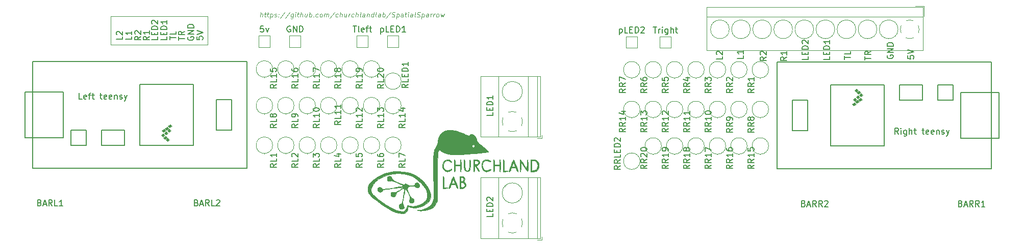
<source format=gto>
G04 #@! TF.GenerationSoftware,KiCad,Pcbnew,5.1.4+dfsg1-1*
G04 #@! TF.CreationDate,2020-03-13T14:03:12-04:00*
G04 #@! TF.ProjectId,led_panel,6c65645f-7061-46e6-956c-2e6b69636164,rev?*
G04 #@! TF.SameCoordinates,Original*
G04 #@! TF.FileFunction,Legend,Top*
G04 #@! TF.FilePolarity,Positive*
%FSLAX46Y46*%
G04 Gerber Fmt 4.6, Leading zero omitted, Abs format (unit mm)*
G04 Created by KiCad (PCBNEW 5.1.4+dfsg1-1) date 2020-03-13 14:03:12*
%MOMM*%
%LPD*%
G04 APERTURE LIST*
%ADD10C,0.125000*%
%ADD11C,0.120000*%
%ADD12C,0.150000*%
%ADD13C,0.010000*%
%ADD14C,0.100000*%
G04 APERTURE END LIST*
D10*
X65491605Y-23221904D02*
X65591605Y-22421904D01*
X65834462Y-23221904D02*
X65886843Y-22802857D01*
X65858272Y-22726666D01*
X65786843Y-22688571D01*
X65672558Y-22688571D01*
X65591605Y-22726666D01*
X65548748Y-22764761D01*
X66167796Y-22688571D02*
X66472558Y-22688571D01*
X66315415Y-22421904D02*
X66229700Y-23107619D01*
X66258272Y-23183809D01*
X66329700Y-23221904D01*
X66405891Y-23221904D01*
X66624938Y-22688571D02*
X66929700Y-22688571D01*
X66772558Y-22421904D02*
X66686843Y-23107619D01*
X66715415Y-23183809D01*
X66786843Y-23221904D01*
X66863034Y-23221904D01*
X67196367Y-22688571D02*
X67096367Y-23488571D01*
X67191605Y-22726666D02*
X67272558Y-22688571D01*
X67424938Y-22688571D01*
X67496367Y-22726666D01*
X67529700Y-22764761D01*
X67558272Y-22840952D01*
X67529700Y-23069523D01*
X67482081Y-23145714D01*
X67439224Y-23183809D01*
X67358272Y-23221904D01*
X67205891Y-23221904D01*
X67134462Y-23183809D01*
X67820177Y-23183809D02*
X67891605Y-23221904D01*
X68043986Y-23221904D01*
X68124938Y-23183809D01*
X68172558Y-23107619D01*
X68177319Y-23069523D01*
X68148748Y-22993333D01*
X68077319Y-22955238D01*
X67963034Y-22955238D01*
X67891605Y-22917142D01*
X67863034Y-22840952D01*
X67867796Y-22802857D01*
X67915415Y-22726666D01*
X67996367Y-22688571D01*
X68110653Y-22688571D01*
X68182081Y-22726666D01*
X68510653Y-23145714D02*
X68543986Y-23183809D01*
X68501129Y-23221904D01*
X68467796Y-23183809D01*
X68510653Y-23145714D01*
X68501129Y-23221904D01*
X68563034Y-22726666D02*
X68596367Y-22764761D01*
X68553510Y-22802857D01*
X68520177Y-22764761D01*
X68563034Y-22726666D01*
X68553510Y-22802857D01*
X69558272Y-22383809D02*
X68743986Y-23412380D01*
X70396367Y-22383809D02*
X69582081Y-23412380D01*
X70967796Y-22688571D02*
X70886843Y-23336190D01*
X70839224Y-23412380D01*
X70796367Y-23450476D01*
X70715415Y-23488571D01*
X70601129Y-23488571D01*
X70529700Y-23450476D01*
X70905891Y-23183809D02*
X70824938Y-23221904D01*
X70672558Y-23221904D01*
X70601129Y-23183809D01*
X70567796Y-23145714D01*
X70539224Y-23069523D01*
X70567796Y-22840952D01*
X70615415Y-22764761D01*
X70658272Y-22726666D01*
X70739224Y-22688571D01*
X70891605Y-22688571D01*
X70963034Y-22726666D01*
X71282081Y-23221904D02*
X71348748Y-22688571D01*
X71382081Y-22421904D02*
X71339224Y-22460000D01*
X71372558Y-22498095D01*
X71415415Y-22460000D01*
X71382081Y-22421904D01*
X71372558Y-22498095D01*
X71615415Y-22688571D02*
X71920177Y-22688571D01*
X71763034Y-22421904D02*
X71677319Y-23107619D01*
X71705891Y-23183809D01*
X71777319Y-23221904D01*
X71853510Y-23221904D01*
X72120177Y-23221904D02*
X72220177Y-22421904D01*
X72463034Y-23221904D02*
X72515415Y-22802857D01*
X72486843Y-22726666D01*
X72415415Y-22688571D01*
X72301129Y-22688571D01*
X72220177Y-22726666D01*
X72177319Y-22764761D01*
X73253510Y-22688571D02*
X73186843Y-23221904D01*
X72910653Y-22688571D02*
X72858272Y-23107619D01*
X72886843Y-23183809D01*
X72958272Y-23221904D01*
X73072558Y-23221904D01*
X73153510Y-23183809D01*
X73196367Y-23145714D01*
X73567796Y-23221904D02*
X73667796Y-22421904D01*
X73629700Y-22726666D02*
X73710653Y-22688571D01*
X73863034Y-22688571D01*
X73934462Y-22726666D01*
X73967796Y-22764761D01*
X73996367Y-22840952D01*
X73967796Y-23069523D01*
X73920177Y-23145714D01*
X73877319Y-23183809D01*
X73796367Y-23221904D01*
X73643986Y-23221904D01*
X73572558Y-23183809D01*
X74301129Y-23145714D02*
X74334462Y-23183809D01*
X74291605Y-23221904D01*
X74258272Y-23183809D01*
X74301129Y-23145714D01*
X74291605Y-23221904D01*
X75020177Y-23183809D02*
X74939224Y-23221904D01*
X74786843Y-23221904D01*
X74715415Y-23183809D01*
X74682081Y-23145714D01*
X74653510Y-23069523D01*
X74682081Y-22840952D01*
X74729700Y-22764761D01*
X74772558Y-22726666D01*
X74853510Y-22688571D01*
X75005891Y-22688571D01*
X75077319Y-22726666D01*
X75472558Y-23221904D02*
X75401129Y-23183809D01*
X75367796Y-23145714D01*
X75339224Y-23069523D01*
X75367796Y-22840952D01*
X75415415Y-22764761D01*
X75458272Y-22726666D01*
X75539224Y-22688571D01*
X75653510Y-22688571D01*
X75724938Y-22726666D01*
X75758272Y-22764761D01*
X75786843Y-22840952D01*
X75758272Y-23069523D01*
X75710653Y-23145714D01*
X75667796Y-23183809D01*
X75586843Y-23221904D01*
X75472558Y-23221904D01*
X76082081Y-23221904D02*
X76148748Y-22688571D01*
X76139224Y-22764761D02*
X76182081Y-22726666D01*
X76263034Y-22688571D01*
X76377319Y-22688571D01*
X76448748Y-22726666D01*
X76477319Y-22802857D01*
X76424938Y-23221904D01*
X76477319Y-22802857D02*
X76524938Y-22726666D01*
X76605891Y-22688571D01*
X76720177Y-22688571D01*
X76791605Y-22726666D01*
X76820177Y-22802857D01*
X76767796Y-23221904D01*
X77824938Y-22383809D02*
X77010653Y-23412380D01*
X78334462Y-23183809D02*
X78253510Y-23221904D01*
X78101129Y-23221904D01*
X78029700Y-23183809D01*
X77996367Y-23145714D01*
X77967796Y-23069523D01*
X77996367Y-22840952D01*
X78043986Y-22764761D01*
X78086843Y-22726666D01*
X78167796Y-22688571D01*
X78320177Y-22688571D01*
X78391605Y-22726666D01*
X78672558Y-23221904D02*
X78772558Y-22421904D01*
X79015415Y-23221904D02*
X79067796Y-22802857D01*
X79039224Y-22726666D01*
X78967796Y-22688571D01*
X78853510Y-22688571D01*
X78772558Y-22726666D01*
X78729700Y-22764761D01*
X79805891Y-22688571D02*
X79739224Y-23221904D01*
X79463034Y-22688571D02*
X79410653Y-23107619D01*
X79439224Y-23183809D01*
X79510653Y-23221904D01*
X79624938Y-23221904D01*
X79705891Y-23183809D01*
X79748748Y-23145714D01*
X80120177Y-23221904D02*
X80186843Y-22688571D01*
X80167796Y-22840952D02*
X80215415Y-22764761D01*
X80258272Y-22726666D01*
X80339224Y-22688571D01*
X80415415Y-22688571D01*
X80963034Y-23183809D02*
X80882081Y-23221904D01*
X80729700Y-23221904D01*
X80658272Y-23183809D01*
X80624938Y-23145714D01*
X80596367Y-23069523D01*
X80624938Y-22840952D01*
X80672558Y-22764761D01*
X80715415Y-22726666D01*
X80796367Y-22688571D01*
X80948748Y-22688571D01*
X81020177Y-22726666D01*
X81301129Y-23221904D02*
X81401129Y-22421904D01*
X81643986Y-23221904D02*
X81696367Y-22802857D01*
X81667796Y-22726666D01*
X81596367Y-22688571D01*
X81482081Y-22688571D01*
X81401129Y-22726666D01*
X81358272Y-22764761D01*
X82139224Y-23221904D02*
X82067796Y-23183809D01*
X82039224Y-23107619D01*
X82124938Y-22421904D01*
X82786843Y-23221904D02*
X82839224Y-22802857D01*
X82810653Y-22726666D01*
X82739224Y-22688571D01*
X82586843Y-22688571D01*
X82505891Y-22726666D01*
X82791605Y-23183809D02*
X82710653Y-23221904D01*
X82520177Y-23221904D01*
X82448748Y-23183809D01*
X82420177Y-23107619D01*
X82429700Y-23031428D01*
X82477319Y-22955238D01*
X82558272Y-22917142D01*
X82748748Y-22917142D01*
X82829700Y-22879047D01*
X83234462Y-22688571D02*
X83167796Y-23221904D01*
X83224938Y-22764761D02*
X83267796Y-22726666D01*
X83348748Y-22688571D01*
X83463034Y-22688571D01*
X83534462Y-22726666D01*
X83563034Y-22802857D01*
X83510653Y-23221904D01*
X84234462Y-23221904D02*
X84334462Y-22421904D01*
X84239224Y-23183809D02*
X84158272Y-23221904D01*
X84005891Y-23221904D01*
X83934462Y-23183809D01*
X83901129Y-23145714D01*
X83872558Y-23069523D01*
X83901129Y-22840952D01*
X83948748Y-22764761D01*
X83991605Y-22726666D01*
X84072558Y-22688571D01*
X84224938Y-22688571D01*
X84296367Y-22726666D01*
X84729700Y-23221904D02*
X84658272Y-23183809D01*
X84629700Y-23107619D01*
X84715415Y-22421904D01*
X85377319Y-23221904D02*
X85429700Y-22802857D01*
X85401129Y-22726666D01*
X85329700Y-22688571D01*
X85177319Y-22688571D01*
X85096367Y-22726666D01*
X85382081Y-23183809D02*
X85301129Y-23221904D01*
X85110653Y-23221904D01*
X85039224Y-23183809D01*
X85010653Y-23107619D01*
X85020177Y-23031428D01*
X85067796Y-22955238D01*
X85148748Y-22917142D01*
X85339224Y-22917142D01*
X85420177Y-22879047D01*
X85758272Y-23221904D02*
X85858272Y-22421904D01*
X85820177Y-22726666D02*
X85901129Y-22688571D01*
X86053510Y-22688571D01*
X86124938Y-22726666D01*
X86158272Y-22764761D01*
X86186843Y-22840952D01*
X86158272Y-23069523D01*
X86110653Y-23145714D01*
X86067796Y-23183809D01*
X85986843Y-23221904D01*
X85834462Y-23221904D01*
X85763034Y-23183809D01*
X87158272Y-22383809D02*
X86343986Y-23412380D01*
X87286843Y-23183809D02*
X87396367Y-23221904D01*
X87586843Y-23221904D01*
X87667796Y-23183809D01*
X87710653Y-23145714D01*
X87758272Y-23069523D01*
X87767796Y-22993333D01*
X87739224Y-22917142D01*
X87705891Y-22879047D01*
X87634462Y-22840952D01*
X87486843Y-22802857D01*
X87415415Y-22764761D01*
X87382081Y-22726666D01*
X87353510Y-22650476D01*
X87363034Y-22574285D01*
X87410653Y-22498095D01*
X87453510Y-22460000D01*
X87534462Y-22421904D01*
X87724938Y-22421904D01*
X87834462Y-22460000D01*
X88148748Y-22688571D02*
X88048748Y-23488571D01*
X88143986Y-22726666D02*
X88224938Y-22688571D01*
X88377319Y-22688571D01*
X88448748Y-22726666D01*
X88482081Y-22764761D01*
X88510653Y-22840952D01*
X88482081Y-23069523D01*
X88434462Y-23145714D01*
X88391605Y-23183809D01*
X88310653Y-23221904D01*
X88158272Y-23221904D01*
X88086843Y-23183809D01*
X89148748Y-23221904D02*
X89201129Y-22802857D01*
X89172558Y-22726666D01*
X89101129Y-22688571D01*
X88948748Y-22688571D01*
X88867796Y-22726666D01*
X89153510Y-23183809D02*
X89072558Y-23221904D01*
X88882081Y-23221904D01*
X88810653Y-23183809D01*
X88782081Y-23107619D01*
X88791605Y-23031428D01*
X88839224Y-22955238D01*
X88920177Y-22917142D01*
X89110653Y-22917142D01*
X89191605Y-22879047D01*
X89482081Y-22688571D02*
X89786843Y-22688571D01*
X89629700Y-22421904D02*
X89543986Y-23107619D01*
X89572558Y-23183809D01*
X89643986Y-23221904D01*
X89720177Y-23221904D01*
X89986843Y-23221904D02*
X90053510Y-22688571D01*
X90086843Y-22421904D02*
X90043986Y-22460000D01*
X90077319Y-22498095D01*
X90120177Y-22460000D01*
X90086843Y-22421904D01*
X90077319Y-22498095D01*
X90710653Y-23221904D02*
X90763034Y-22802857D01*
X90734462Y-22726666D01*
X90663034Y-22688571D01*
X90510653Y-22688571D01*
X90429700Y-22726666D01*
X90715415Y-23183809D02*
X90634462Y-23221904D01*
X90443986Y-23221904D01*
X90372558Y-23183809D01*
X90343986Y-23107619D01*
X90353510Y-23031428D01*
X90401129Y-22955238D01*
X90482081Y-22917142D01*
X90672558Y-22917142D01*
X90753510Y-22879047D01*
X91205891Y-23221904D02*
X91134462Y-23183809D01*
X91105891Y-23107619D01*
X91191605Y-22421904D01*
X91477319Y-23183809D02*
X91586843Y-23221904D01*
X91777319Y-23221904D01*
X91858272Y-23183809D01*
X91901129Y-23145714D01*
X91948748Y-23069523D01*
X91958272Y-22993333D01*
X91929700Y-22917142D01*
X91896367Y-22879047D01*
X91824938Y-22840952D01*
X91677319Y-22802857D01*
X91605891Y-22764761D01*
X91572558Y-22726666D01*
X91543986Y-22650476D01*
X91553510Y-22574285D01*
X91601129Y-22498095D01*
X91643986Y-22460000D01*
X91724938Y-22421904D01*
X91915415Y-22421904D01*
X92024938Y-22460000D01*
X92339224Y-22688571D02*
X92239224Y-23488571D01*
X92334462Y-22726666D02*
X92415415Y-22688571D01*
X92567796Y-22688571D01*
X92639224Y-22726666D01*
X92672558Y-22764761D01*
X92701129Y-22840952D01*
X92672558Y-23069523D01*
X92624938Y-23145714D01*
X92582081Y-23183809D01*
X92501129Y-23221904D01*
X92348748Y-23221904D01*
X92277319Y-23183809D01*
X93339224Y-23221904D02*
X93391605Y-22802857D01*
X93363034Y-22726666D01*
X93291605Y-22688571D01*
X93139224Y-22688571D01*
X93058272Y-22726666D01*
X93343986Y-23183809D02*
X93263034Y-23221904D01*
X93072558Y-23221904D01*
X93001129Y-23183809D01*
X92972558Y-23107619D01*
X92982081Y-23031428D01*
X93029700Y-22955238D01*
X93110653Y-22917142D01*
X93301129Y-22917142D01*
X93382081Y-22879047D01*
X93720177Y-23221904D02*
X93786843Y-22688571D01*
X93767796Y-22840952D02*
X93815415Y-22764761D01*
X93858272Y-22726666D01*
X93939224Y-22688571D01*
X94015415Y-22688571D01*
X94215415Y-23221904D02*
X94282081Y-22688571D01*
X94263034Y-22840952D02*
X94310653Y-22764761D01*
X94353510Y-22726666D01*
X94434462Y-22688571D01*
X94510653Y-22688571D01*
X94824938Y-23221904D02*
X94753510Y-23183809D01*
X94720177Y-23145714D01*
X94691605Y-23069523D01*
X94720177Y-22840952D01*
X94767796Y-22764761D01*
X94810653Y-22726666D01*
X94891605Y-22688571D01*
X95005891Y-22688571D01*
X95077319Y-22726666D01*
X95110653Y-22764761D01*
X95139224Y-22840952D01*
X95110653Y-23069523D01*
X95063034Y-23145714D01*
X95020177Y-23183809D01*
X94939224Y-23221904D01*
X94824938Y-23221904D01*
X95424938Y-22688571D02*
X95510653Y-23221904D01*
X95710653Y-22840952D01*
X95815415Y-23221904D01*
X96034462Y-22688571D01*
D11*
X40640000Y-23114000D02*
X40640000Y-27813000D01*
X56769000Y-23114000D02*
X40640000Y-23114000D01*
X56769000Y-27813000D02*
X56769000Y-23114000D01*
X40640000Y-27813000D02*
X56769000Y-27813000D01*
D12*
X42616380Y-26455666D02*
X42616380Y-26931857D01*
X41616380Y-26931857D01*
X41711619Y-26169952D02*
X41664000Y-26122333D01*
X41616380Y-26027095D01*
X41616380Y-25789000D01*
X41664000Y-25693761D01*
X41711619Y-25646142D01*
X41806857Y-25598523D01*
X41902095Y-25598523D01*
X42044952Y-25646142D01*
X42616380Y-26217571D01*
X42616380Y-25598523D01*
X51903380Y-27074714D02*
X51903380Y-26503285D01*
X52903380Y-26789000D02*
X51903380Y-26789000D01*
X52903380Y-25598523D02*
X52427190Y-25931857D01*
X52903380Y-26169952D02*
X51903380Y-26169952D01*
X51903380Y-25789000D01*
X51951000Y-25693761D01*
X51998619Y-25646142D01*
X52093857Y-25598523D01*
X52236714Y-25598523D01*
X52331952Y-25646142D01*
X52379571Y-25693761D01*
X52427190Y-25789000D01*
X52427190Y-26169952D01*
X45664380Y-26455666D02*
X45188190Y-26789000D01*
X45664380Y-27027095D02*
X44664380Y-27027095D01*
X44664380Y-26646142D01*
X44712000Y-26550904D01*
X44759619Y-26503285D01*
X44854857Y-26455666D01*
X44997714Y-26455666D01*
X45092952Y-26503285D01*
X45140571Y-26550904D01*
X45188190Y-26646142D01*
X45188190Y-27027095D01*
X44759619Y-26074714D02*
X44712000Y-26027095D01*
X44664380Y-25931857D01*
X44664380Y-25693761D01*
X44712000Y-25598523D01*
X44759619Y-25550904D01*
X44854857Y-25503285D01*
X44950095Y-25503285D01*
X45092952Y-25550904D01*
X45664380Y-26122333D01*
X45664380Y-25503285D01*
X47061380Y-26455666D02*
X46585190Y-26789000D01*
X47061380Y-27027095D02*
X46061380Y-27027095D01*
X46061380Y-26646142D01*
X46109000Y-26550904D01*
X46156619Y-26503285D01*
X46251857Y-26455666D01*
X46394714Y-26455666D01*
X46489952Y-26503285D01*
X46537571Y-26550904D01*
X46585190Y-26646142D01*
X46585190Y-27027095D01*
X47061380Y-25503285D02*
X47061380Y-26074714D01*
X47061380Y-25789000D02*
X46061380Y-25789000D01*
X46204238Y-25884238D01*
X46299476Y-25979476D01*
X46347095Y-26074714D01*
X53475000Y-26542904D02*
X53427380Y-26638142D01*
X53427380Y-26781000D01*
X53475000Y-26923857D01*
X53570238Y-27019095D01*
X53665476Y-27066714D01*
X53855952Y-27114333D01*
X53998809Y-27114333D01*
X54189285Y-27066714D01*
X54284523Y-27019095D01*
X54379761Y-26923857D01*
X54427380Y-26781000D01*
X54427380Y-26685761D01*
X54379761Y-26542904D01*
X54332142Y-26495285D01*
X53998809Y-26495285D01*
X53998809Y-26685761D01*
X54427380Y-26066714D02*
X53427380Y-26066714D01*
X54427380Y-25495285D01*
X53427380Y-25495285D01*
X54427380Y-25019095D02*
X53427380Y-25019095D01*
X53427380Y-24781000D01*
X53475000Y-24638142D01*
X53570238Y-24542904D01*
X53665476Y-24495285D01*
X53855952Y-24447666D01*
X53998809Y-24447666D01*
X54189285Y-24495285D01*
X54284523Y-24542904D01*
X54379761Y-24638142D01*
X54427380Y-24781000D01*
X54427380Y-25019095D01*
X49982380Y-26519047D02*
X49982380Y-26995238D01*
X48982380Y-26995238D01*
X49458571Y-26185714D02*
X49458571Y-25852380D01*
X49982380Y-25709523D02*
X49982380Y-26185714D01*
X48982380Y-26185714D01*
X48982380Y-25709523D01*
X49982380Y-25280952D02*
X48982380Y-25280952D01*
X48982380Y-25042857D01*
X49030000Y-24900000D01*
X49125238Y-24804761D01*
X49220476Y-24757142D01*
X49410952Y-24709523D01*
X49553809Y-24709523D01*
X49744285Y-24757142D01*
X49839523Y-24804761D01*
X49934761Y-24900000D01*
X49982380Y-25042857D01*
X49982380Y-25280952D01*
X49982380Y-23757142D02*
X49982380Y-24328571D01*
X49982380Y-24042857D02*
X48982380Y-24042857D01*
X49125238Y-24138095D01*
X49220476Y-24233333D01*
X49268095Y-24328571D01*
X44140380Y-26455666D02*
X44140380Y-26931857D01*
X43140380Y-26931857D01*
X44140380Y-25598523D02*
X44140380Y-26169952D01*
X44140380Y-25884238D02*
X43140380Y-25884238D01*
X43283238Y-25979476D01*
X43378476Y-26074714D01*
X43426095Y-26169952D01*
X50506380Y-26979476D02*
X50506380Y-26408047D01*
X51506380Y-26693761D02*
X50506380Y-26693761D01*
X51506380Y-25598523D02*
X51506380Y-26074714D01*
X50506380Y-26074714D01*
X48458380Y-26519047D02*
X48458380Y-26995238D01*
X47458380Y-26995238D01*
X47934571Y-26185714D02*
X47934571Y-25852380D01*
X48458380Y-25709523D02*
X48458380Y-26185714D01*
X47458380Y-26185714D01*
X47458380Y-25709523D01*
X48458380Y-25280952D02*
X47458380Y-25280952D01*
X47458380Y-25042857D01*
X47506000Y-24900000D01*
X47601238Y-24804761D01*
X47696476Y-24757142D01*
X47886952Y-24709523D01*
X48029809Y-24709523D01*
X48220285Y-24757142D01*
X48315523Y-24804761D01*
X48410761Y-24900000D01*
X48458380Y-25042857D01*
X48458380Y-25280952D01*
X47553619Y-24328571D02*
X47506000Y-24280952D01*
X47458380Y-24185714D01*
X47458380Y-23947619D01*
X47506000Y-23852380D01*
X47553619Y-23804761D01*
X47648857Y-23757142D01*
X47744095Y-23757142D01*
X47886952Y-23804761D01*
X48458380Y-24376190D01*
X48458380Y-23757142D01*
X54951380Y-26479476D02*
X54951380Y-26955666D01*
X55427571Y-27003285D01*
X55379952Y-26955666D01*
X55332333Y-26860428D01*
X55332333Y-26622333D01*
X55379952Y-26527095D01*
X55427571Y-26479476D01*
X55522809Y-26431857D01*
X55760904Y-26431857D01*
X55856142Y-26479476D01*
X55903761Y-26527095D01*
X55951380Y-26622333D01*
X55951380Y-26860428D01*
X55903761Y-26955666D01*
X55856142Y-27003285D01*
X54951380Y-26146142D02*
X55951380Y-25812809D01*
X54951380Y-25479476D01*
X142184380Y-29757666D02*
X142184380Y-30233857D01*
X141184380Y-30233857D01*
X141279619Y-29471952D02*
X141232000Y-29424333D01*
X141184380Y-29329095D01*
X141184380Y-29091000D01*
X141232000Y-28995761D01*
X141279619Y-28948142D01*
X141374857Y-28900523D01*
X141470095Y-28900523D01*
X141612952Y-28948142D01*
X142184380Y-29519571D01*
X142184380Y-28900523D01*
X145613380Y-29630666D02*
X145613380Y-30106857D01*
X144613380Y-30106857D01*
X145613380Y-28773523D02*
X145613380Y-29344952D01*
X145613380Y-29059238D02*
X144613380Y-29059238D01*
X144756238Y-29154476D01*
X144851476Y-29249714D01*
X144899095Y-29344952D01*
X149423380Y-29884666D02*
X148947190Y-30218000D01*
X149423380Y-30456095D02*
X148423380Y-30456095D01*
X148423380Y-30075142D01*
X148471000Y-29979904D01*
X148518619Y-29932285D01*
X148613857Y-29884666D01*
X148756714Y-29884666D01*
X148851952Y-29932285D01*
X148899571Y-29979904D01*
X148947190Y-30075142D01*
X148947190Y-30456095D01*
X148518619Y-29503714D02*
X148471000Y-29456095D01*
X148423380Y-29360857D01*
X148423380Y-29122761D01*
X148471000Y-29027523D01*
X148518619Y-28979904D01*
X148613857Y-28932285D01*
X148709095Y-28932285D01*
X148851952Y-28979904D01*
X149423380Y-29551333D01*
X149423380Y-28932285D01*
X152852380Y-29884666D02*
X152376190Y-30218000D01*
X152852380Y-30456095D02*
X151852380Y-30456095D01*
X151852380Y-30075142D01*
X151900000Y-29979904D01*
X151947619Y-29932285D01*
X152042857Y-29884666D01*
X152185714Y-29884666D01*
X152280952Y-29932285D01*
X152328571Y-29979904D01*
X152376190Y-30075142D01*
X152376190Y-30456095D01*
X152852380Y-28932285D02*
X152852380Y-29503714D01*
X152852380Y-29218000D02*
X151852380Y-29218000D01*
X151995238Y-29313238D01*
X152090476Y-29408476D01*
X152138095Y-29503714D01*
X156408380Y-29821047D02*
X156408380Y-30297238D01*
X155408380Y-30297238D01*
X155884571Y-29487714D02*
X155884571Y-29154380D01*
X156408380Y-29011523D02*
X156408380Y-29487714D01*
X155408380Y-29487714D01*
X155408380Y-29011523D01*
X156408380Y-28582952D02*
X155408380Y-28582952D01*
X155408380Y-28344857D01*
X155456000Y-28202000D01*
X155551238Y-28106761D01*
X155646476Y-28059142D01*
X155836952Y-28011523D01*
X155979809Y-28011523D01*
X156170285Y-28059142D01*
X156265523Y-28106761D01*
X156360761Y-28202000D01*
X156408380Y-28344857D01*
X156408380Y-28582952D01*
X155503619Y-27630571D02*
X155456000Y-27582952D01*
X155408380Y-27487714D01*
X155408380Y-27249619D01*
X155456000Y-27154380D01*
X155503619Y-27106761D01*
X155598857Y-27059142D01*
X155694095Y-27059142D01*
X155836952Y-27106761D01*
X156408380Y-27678190D01*
X156408380Y-27059142D01*
X159964380Y-29821047D02*
X159964380Y-30297238D01*
X158964380Y-30297238D01*
X159440571Y-29487714D02*
X159440571Y-29154380D01*
X159964380Y-29011523D02*
X159964380Y-29487714D01*
X158964380Y-29487714D01*
X158964380Y-29011523D01*
X159964380Y-28582952D02*
X158964380Y-28582952D01*
X158964380Y-28344857D01*
X159012000Y-28202000D01*
X159107238Y-28106761D01*
X159202476Y-28059142D01*
X159392952Y-28011523D01*
X159535809Y-28011523D01*
X159726285Y-28059142D01*
X159821523Y-28106761D01*
X159916761Y-28202000D01*
X159964380Y-28344857D01*
X159964380Y-28582952D01*
X159964380Y-27059142D02*
X159964380Y-27630571D01*
X159964380Y-27344857D02*
X158964380Y-27344857D01*
X159107238Y-27440095D01*
X159202476Y-27535333D01*
X159250095Y-27630571D01*
X162393380Y-30281476D02*
X162393380Y-29710047D01*
X163393380Y-29995761D02*
X162393380Y-29995761D01*
X163393380Y-28900523D02*
X163393380Y-29376714D01*
X162393380Y-29376714D01*
X165822380Y-30376714D02*
X165822380Y-29805285D01*
X166822380Y-30091000D02*
X165822380Y-30091000D01*
X166822380Y-28900523D02*
X166346190Y-29233857D01*
X166822380Y-29471952D02*
X165822380Y-29471952D01*
X165822380Y-29091000D01*
X165870000Y-28995761D01*
X165917619Y-28948142D01*
X166012857Y-28900523D01*
X166155714Y-28900523D01*
X166250952Y-28948142D01*
X166298571Y-28995761D01*
X166346190Y-29091000D01*
X166346190Y-29471952D01*
X169553000Y-29590904D02*
X169505380Y-29686142D01*
X169505380Y-29829000D01*
X169553000Y-29971857D01*
X169648238Y-30067095D01*
X169743476Y-30114714D01*
X169933952Y-30162333D01*
X170076809Y-30162333D01*
X170267285Y-30114714D01*
X170362523Y-30067095D01*
X170457761Y-29971857D01*
X170505380Y-29829000D01*
X170505380Y-29733761D01*
X170457761Y-29590904D01*
X170410142Y-29543285D01*
X170076809Y-29543285D01*
X170076809Y-29733761D01*
X170505380Y-29114714D02*
X169505380Y-29114714D01*
X170505380Y-28543285D01*
X169505380Y-28543285D01*
X170505380Y-28067095D02*
X169505380Y-28067095D01*
X169505380Y-27829000D01*
X169553000Y-27686142D01*
X169648238Y-27590904D01*
X169743476Y-27543285D01*
X169933952Y-27495666D01*
X170076809Y-27495666D01*
X170267285Y-27543285D01*
X170362523Y-27590904D01*
X170457761Y-27686142D01*
X170505380Y-27829000D01*
X170505380Y-28067095D01*
X172934380Y-29654476D02*
X172934380Y-30130666D01*
X173410571Y-30178285D01*
X173362952Y-30130666D01*
X173315333Y-30035428D01*
X173315333Y-29797333D01*
X173362952Y-29702095D01*
X173410571Y-29654476D01*
X173505809Y-29606857D01*
X173743904Y-29606857D01*
X173839142Y-29654476D01*
X173886761Y-29702095D01*
X173934380Y-29797333D01*
X173934380Y-30035428D01*
X173886761Y-30130666D01*
X173839142Y-30178285D01*
X172934380Y-29321142D02*
X173934380Y-28987809D01*
X172934380Y-28654476D01*
D13*
G36*
X87193236Y-49829822D02*
G01*
X87325058Y-50091088D01*
X87379158Y-50210125D01*
X87481009Y-50320488D01*
X87658127Y-50441131D01*
X87938027Y-50591010D01*
X88316436Y-50774076D01*
X88714956Y-50958359D01*
X88989573Y-51073070D01*
X89166798Y-51126417D01*
X89273139Y-51126609D01*
X89330245Y-51088005D01*
X89512868Y-50978576D01*
X89725682Y-51019745D01*
X89873667Y-51138667D01*
X90049853Y-51248063D01*
X90301610Y-51307255D01*
X90580787Y-51318330D01*
X90839232Y-51283374D01*
X91028794Y-51204474D01*
X91101334Y-51085460D01*
X91170628Y-50964871D01*
X91309532Y-50870841D01*
X91502206Y-50821790D01*
X91688917Y-50889302D01*
X91732865Y-50916942D01*
X91911012Y-51093299D01*
X91932111Y-51303941D01*
X91860355Y-51482899D01*
X91708791Y-51609851D01*
X91487966Y-51644493D01*
X91271583Y-51585259D01*
X91169634Y-51497582D01*
X91070112Y-51412388D01*
X90906275Y-51373820D01*
X90632029Y-51372959D01*
X90547569Y-51377208D01*
X90258354Y-51400513D01*
X90089524Y-51443631D01*
X89992138Y-51527956D01*
X89929189Y-51647531D01*
X89884433Y-51778256D01*
X89880942Y-51914998D01*
X89927309Y-52098357D01*
X90032129Y-52368935D01*
X90130621Y-52599173D01*
X90287407Y-52945427D01*
X90409294Y-53166624D01*
X90520760Y-53296290D01*
X90646283Y-53367948D01*
X90706667Y-53388101D01*
X90880462Y-53457545D01*
X90956582Y-53567727D01*
X90974267Y-53779865D01*
X90974334Y-53805667D01*
X90964488Y-54023514D01*
X90904887Y-54124801D01*
X90750432Y-54162238D01*
X90662371Y-54170281D01*
X90383160Y-54137848D01*
X90227606Y-53994790D01*
X90206453Y-53756675D01*
X90258414Y-53584953D01*
X90302234Y-53444251D01*
X90301961Y-53297045D01*
X90249002Y-53099369D01*
X90134770Y-52807255D01*
X90082089Y-52682468D01*
X89939929Y-52364486D01*
X89808804Y-52098535D01*
X89711704Y-51930486D01*
X89693363Y-51906801D01*
X89642469Y-51853786D01*
X89601595Y-51836787D01*
X89563825Y-51876660D01*
X89522243Y-51994263D01*
X89469934Y-52210451D01*
X89399981Y-52546082D01*
X89305468Y-53022013D01*
X89278896Y-53156721D01*
X89190476Y-53614492D01*
X89135200Y-53936067D01*
X89111014Y-54150882D01*
X89115862Y-54288376D01*
X89147688Y-54377986D01*
X89189746Y-54433387D01*
X89299278Y-54648925D01*
X89313220Y-54896527D01*
X89227676Y-55094908D01*
X89221734Y-55101067D01*
X89024527Y-55193022D01*
X88786048Y-55173434D01*
X88609714Y-55069619D01*
X88503980Y-54873597D01*
X88504183Y-54651832D01*
X88594371Y-54461714D01*
X88758591Y-54360635D01*
X88808078Y-54356000D01*
X88873605Y-54335042D01*
X88932175Y-54256334D01*
X88991437Y-54096124D01*
X89059047Y-53830659D01*
X89142655Y-53436189D01*
X89203474Y-53128775D01*
X89300446Y-52608120D01*
X89358868Y-52233035D01*
X89380792Y-51984696D01*
X89368264Y-51844280D01*
X89347435Y-51806235D01*
X89255948Y-51783586D01*
X89085869Y-51840592D01*
X88815366Y-51986279D01*
X88610393Y-52110890D01*
X88284204Y-52324559D01*
X88084981Y-52484799D01*
X87988398Y-52614233D01*
X87968667Y-52707716D01*
X87894812Y-52955235D01*
X87706265Y-53124859D01*
X87513886Y-53170667D01*
X87274176Y-53103931D01*
X87143730Y-52910917D01*
X87122000Y-52740767D01*
X87180889Y-52490473D01*
X87356833Y-52362225D01*
X87648748Y-52356756D01*
X87681476Y-52362462D01*
X87849904Y-52380603D01*
X88008682Y-52353586D01*
X88201462Y-52264948D01*
X88471894Y-52098225D01*
X88591931Y-52019068D01*
X88850334Y-51836386D01*
X89028554Y-51688859D01*
X89100625Y-51599071D01*
X89092345Y-51583782D01*
X88990509Y-51586485D01*
X88756114Y-51608671D01*
X88420313Y-51646276D01*
X88014255Y-51695237D01*
X87569091Y-51751490D01*
X87115970Y-51810973D01*
X86686044Y-51869621D01*
X86310462Y-51923373D01*
X86020375Y-51968165D01*
X85846934Y-51999934D01*
X85811496Y-52011726D01*
X85774514Y-52088308D01*
X85715773Y-52197000D01*
X85554746Y-52334388D01*
X85344000Y-52366333D01*
X85080657Y-52309540D01*
X84946667Y-52145302D01*
X84949350Y-51882833D01*
X84951822Y-51872727D01*
X85073462Y-51665704D01*
X85273843Y-51582448D01*
X85506059Y-51633209D01*
X85632520Y-51723993D01*
X85826999Y-51906697D01*
X87490500Y-51676808D01*
X88120940Y-51584786D01*
X88608180Y-51503037D01*
X88945136Y-51432958D01*
X89124724Y-51375944D01*
X89154000Y-51348930D01*
X89082711Y-51275248D01*
X88892771Y-51157652D01*
X88620073Y-51012726D01*
X88300506Y-50857056D01*
X87969964Y-50707228D01*
X87664338Y-50579828D01*
X87419519Y-50491442D01*
X87271400Y-50458654D01*
X87245496Y-50467003D01*
X87123842Y-50529170D01*
X86914512Y-50543074D01*
X86693164Y-50505126D01*
X86663258Y-50494608D01*
X86558814Y-50367314D01*
X86529333Y-50154126D01*
X86560817Y-49930238D01*
X86680694Y-49800160D01*
X86747575Y-49765599D01*
X86999034Y-49718346D01*
X87193236Y-49829822D01*
X87193236Y-49829822D01*
G37*
X87193236Y-49829822D02*
X87325058Y-50091088D01*
X87379158Y-50210125D01*
X87481009Y-50320488D01*
X87658127Y-50441131D01*
X87938027Y-50591010D01*
X88316436Y-50774076D01*
X88714956Y-50958359D01*
X88989573Y-51073070D01*
X89166798Y-51126417D01*
X89273139Y-51126609D01*
X89330245Y-51088005D01*
X89512868Y-50978576D01*
X89725682Y-51019745D01*
X89873667Y-51138667D01*
X90049853Y-51248063D01*
X90301610Y-51307255D01*
X90580787Y-51318330D01*
X90839232Y-51283374D01*
X91028794Y-51204474D01*
X91101334Y-51085460D01*
X91170628Y-50964871D01*
X91309532Y-50870841D01*
X91502206Y-50821790D01*
X91688917Y-50889302D01*
X91732865Y-50916942D01*
X91911012Y-51093299D01*
X91932111Y-51303941D01*
X91860355Y-51482899D01*
X91708791Y-51609851D01*
X91487966Y-51644493D01*
X91271583Y-51585259D01*
X91169634Y-51497582D01*
X91070112Y-51412388D01*
X90906275Y-51373820D01*
X90632029Y-51372959D01*
X90547569Y-51377208D01*
X90258354Y-51400513D01*
X90089524Y-51443631D01*
X89992138Y-51527956D01*
X89929189Y-51647531D01*
X89884433Y-51778256D01*
X89880942Y-51914998D01*
X89927309Y-52098357D01*
X90032129Y-52368935D01*
X90130621Y-52599173D01*
X90287407Y-52945427D01*
X90409294Y-53166624D01*
X90520760Y-53296290D01*
X90646283Y-53367948D01*
X90706667Y-53388101D01*
X90880462Y-53457545D01*
X90956582Y-53567727D01*
X90974267Y-53779865D01*
X90974334Y-53805667D01*
X90964488Y-54023514D01*
X90904887Y-54124801D01*
X90750432Y-54162238D01*
X90662371Y-54170281D01*
X90383160Y-54137848D01*
X90227606Y-53994790D01*
X90206453Y-53756675D01*
X90258414Y-53584953D01*
X90302234Y-53444251D01*
X90301961Y-53297045D01*
X90249002Y-53099369D01*
X90134770Y-52807255D01*
X90082089Y-52682468D01*
X89939929Y-52364486D01*
X89808804Y-52098535D01*
X89711704Y-51930486D01*
X89693363Y-51906801D01*
X89642469Y-51853786D01*
X89601595Y-51836787D01*
X89563825Y-51876660D01*
X89522243Y-51994263D01*
X89469934Y-52210451D01*
X89399981Y-52546082D01*
X89305468Y-53022013D01*
X89278896Y-53156721D01*
X89190476Y-53614492D01*
X89135200Y-53936067D01*
X89111014Y-54150882D01*
X89115862Y-54288376D01*
X89147688Y-54377986D01*
X89189746Y-54433387D01*
X89299278Y-54648925D01*
X89313220Y-54896527D01*
X89227676Y-55094908D01*
X89221734Y-55101067D01*
X89024527Y-55193022D01*
X88786048Y-55173434D01*
X88609714Y-55069619D01*
X88503980Y-54873597D01*
X88504183Y-54651832D01*
X88594371Y-54461714D01*
X88758591Y-54360635D01*
X88808078Y-54356000D01*
X88873605Y-54335042D01*
X88932175Y-54256334D01*
X88991437Y-54096124D01*
X89059047Y-53830659D01*
X89142655Y-53436189D01*
X89203474Y-53128775D01*
X89300446Y-52608120D01*
X89358868Y-52233035D01*
X89380792Y-51984696D01*
X89368264Y-51844280D01*
X89347435Y-51806235D01*
X89255948Y-51783586D01*
X89085869Y-51840592D01*
X88815366Y-51986279D01*
X88610393Y-52110890D01*
X88284204Y-52324559D01*
X88084981Y-52484799D01*
X87988398Y-52614233D01*
X87968667Y-52707716D01*
X87894812Y-52955235D01*
X87706265Y-53124859D01*
X87513886Y-53170667D01*
X87274176Y-53103931D01*
X87143730Y-52910917D01*
X87122000Y-52740767D01*
X87180889Y-52490473D01*
X87356833Y-52362225D01*
X87648748Y-52356756D01*
X87681476Y-52362462D01*
X87849904Y-52380603D01*
X88008682Y-52353586D01*
X88201462Y-52264948D01*
X88471894Y-52098225D01*
X88591931Y-52019068D01*
X88850334Y-51836386D01*
X89028554Y-51688859D01*
X89100625Y-51599071D01*
X89092345Y-51583782D01*
X88990509Y-51586485D01*
X88756114Y-51608671D01*
X88420313Y-51646276D01*
X88014255Y-51695237D01*
X87569091Y-51751490D01*
X87115970Y-51810973D01*
X86686044Y-51869621D01*
X86310462Y-51923373D01*
X86020375Y-51968165D01*
X85846934Y-51999934D01*
X85811496Y-52011726D01*
X85774514Y-52088308D01*
X85715773Y-52197000D01*
X85554746Y-52334388D01*
X85344000Y-52366333D01*
X85080657Y-52309540D01*
X84946667Y-52145302D01*
X84949350Y-51882833D01*
X84951822Y-51872727D01*
X85073462Y-51665704D01*
X85273843Y-51582448D01*
X85506059Y-51633209D01*
X85632520Y-51723993D01*
X85826999Y-51906697D01*
X87490500Y-51676808D01*
X88120940Y-51584786D01*
X88608180Y-51503037D01*
X88945136Y-51432958D01*
X89124724Y-51375944D01*
X89154000Y-51348930D01*
X89082711Y-51275248D01*
X88892771Y-51157652D01*
X88620073Y-51012726D01*
X88300506Y-50857056D01*
X87969964Y-50707228D01*
X87664338Y-50579828D01*
X87419519Y-50491442D01*
X87271400Y-50458654D01*
X87245496Y-50467003D01*
X87123842Y-50529170D01*
X86914512Y-50543074D01*
X86693164Y-50505126D01*
X86663258Y-50494608D01*
X86558814Y-50367314D01*
X86529333Y-50154126D01*
X86560817Y-49930238D01*
X86680694Y-49800160D01*
X86747575Y-49765599D01*
X86999034Y-49718346D01*
X87193236Y-49829822D01*
G36*
X111075509Y-46994709D02*
G01*
X111392284Y-47160671D01*
X111579263Y-47399114D01*
X111670270Y-47743622D01*
X111666016Y-48118295D01*
X111577496Y-48471818D01*
X111415709Y-48752878D01*
X111261770Y-48880637D01*
X111078138Y-48934468D01*
X110812615Y-48965117D01*
X110712313Y-48967813D01*
X110325747Y-48967813D01*
X110325747Y-47962961D01*
X110495080Y-47962961D01*
X110495080Y-48820776D01*
X110854048Y-48772628D01*
X111170850Y-48681920D01*
X111362048Y-48540434D01*
X111475398Y-48287493D01*
X111506289Y-47955852D01*
X111453087Y-47615610D01*
X111387471Y-47450370D01*
X111197670Y-47230689D01*
X110901938Y-47122376D01*
X110685580Y-47106303D01*
X110599544Y-47113438D01*
X110544300Y-47156522D01*
X110513035Y-47266185D01*
X110498940Y-47473055D01*
X110495202Y-47807762D01*
X110495080Y-47962961D01*
X110325747Y-47962961D01*
X110325747Y-46935813D01*
X110668618Y-46935813D01*
X111075509Y-46994709D01*
X111075509Y-46994709D01*
G37*
X111075509Y-46994709D02*
X111392284Y-47160671D01*
X111579263Y-47399114D01*
X111670270Y-47743622D01*
X111666016Y-48118295D01*
X111577496Y-48471818D01*
X111415709Y-48752878D01*
X111261770Y-48880637D01*
X111078138Y-48934468D01*
X110812615Y-48965117D01*
X110712313Y-48967813D01*
X110325747Y-48967813D01*
X110325747Y-47962961D01*
X110495080Y-47962961D01*
X110495080Y-48820776D01*
X110854048Y-48772628D01*
X111170850Y-48681920D01*
X111362048Y-48540434D01*
X111475398Y-48287493D01*
X111506289Y-47955852D01*
X111453087Y-47615610D01*
X111387471Y-47450370D01*
X111197670Y-47230689D01*
X110901938Y-47122376D01*
X110685580Y-47106303D01*
X110599544Y-47113438D01*
X110544300Y-47156522D01*
X110513035Y-47266185D01*
X110498940Y-47473055D01*
X110495202Y-47807762D01*
X110495080Y-47962961D01*
X110325747Y-47962961D01*
X110325747Y-46935813D01*
X110668618Y-46935813D01*
X111075509Y-46994709D01*
G36*
X108645243Y-47001107D02*
G01*
X108779783Y-47178185D01*
X108967869Y-47438842D01*
X109156613Y-47708448D01*
X109690747Y-48481082D01*
X109715091Y-47708448D01*
X109737154Y-47293315D01*
X109768749Y-47040572D01*
X109805095Y-46943880D01*
X109841410Y-46996901D01*
X109872916Y-47193296D01*
X109894830Y-47526728D01*
X109902414Y-47956810D01*
X109897200Y-48345195D01*
X109882986Y-48658535D01*
X109861908Y-48865957D01*
X109836104Y-48936587D01*
X109834634Y-48935917D01*
X109760547Y-48851634D01*
X109616785Y-48659308D01*
X109427483Y-48391865D01*
X109305468Y-48214029D01*
X109102072Y-47923035D01*
X108930401Y-47693618D01*
X108814054Y-47556478D01*
X108780580Y-47531256D01*
X108751896Y-47608110D01*
X108729953Y-47815596D01*
X108718177Y-48115046D01*
X108717080Y-48248147D01*
X108707716Y-48598621D01*
X108681963Y-48846812D01*
X108643326Y-48962914D01*
X108632414Y-48967813D01*
X108595248Y-48886469D01*
X108567751Y-48655347D01*
X108551535Y-48293807D01*
X108547747Y-47951813D01*
X108550660Y-47559583D01*
X108558597Y-47237701D01*
X108570355Y-47018889D01*
X108584731Y-46935866D01*
X108585113Y-46935813D01*
X108645243Y-47001107D01*
X108645243Y-47001107D01*
G37*
X108645243Y-47001107D02*
X108779783Y-47178185D01*
X108967869Y-47438842D01*
X109156613Y-47708448D01*
X109690747Y-48481082D01*
X109715091Y-47708448D01*
X109737154Y-47293315D01*
X109768749Y-47040572D01*
X109805095Y-46943880D01*
X109841410Y-46996901D01*
X109872916Y-47193296D01*
X109894830Y-47526728D01*
X109902414Y-47956810D01*
X109897200Y-48345195D01*
X109882986Y-48658535D01*
X109861908Y-48865957D01*
X109836104Y-48936587D01*
X109834634Y-48935917D01*
X109760547Y-48851634D01*
X109616785Y-48659308D01*
X109427483Y-48391865D01*
X109305468Y-48214029D01*
X109102072Y-47923035D01*
X108930401Y-47693618D01*
X108814054Y-47556478D01*
X108780580Y-47531256D01*
X108751896Y-47608110D01*
X108729953Y-47815596D01*
X108718177Y-48115046D01*
X108717080Y-48248147D01*
X108707716Y-48598621D01*
X108681963Y-48846812D01*
X108643326Y-48962914D01*
X108632414Y-48967813D01*
X108595248Y-48886469D01*
X108567751Y-48655347D01*
X108551535Y-48293807D01*
X108547747Y-47951813D01*
X108550660Y-47559583D01*
X108558597Y-47237701D01*
X108570355Y-47018889D01*
X108584731Y-46935866D01*
X108585113Y-46935813D01*
X108645243Y-47001107D01*
G36*
X107497953Y-46958464D02*
G01*
X107540162Y-47046378D01*
X107623409Y-47249622D01*
X107729912Y-47524738D01*
X107733075Y-47533102D01*
X107873146Y-47900389D01*
X108021171Y-48283294D01*
X108115272Y-48523313D01*
X108201383Y-48777093D01*
X108224680Y-48933639D01*
X108201034Y-48967813D01*
X108117586Y-48896225D01*
X108015075Y-48716370D01*
X107977759Y-48629147D01*
X107881378Y-48416140D01*
X107772752Y-48318530D01*
X107586060Y-48291537D01*
X107479969Y-48290480D01*
X107248360Y-48300797D01*
X107125015Y-48361274D01*
X107048966Y-48516197D01*
X107013744Y-48629147D01*
X106926432Y-48839190D01*
X106829790Y-48957929D01*
X106799914Y-48967813D01*
X106749054Y-48928244D01*
X106767983Y-48791863D01*
X106860527Y-48532161D01*
X106864033Y-48523313D01*
X106989726Y-48201424D01*
X107020463Y-48121147D01*
X107206702Y-48121147D01*
X107788019Y-48121147D01*
X107657176Y-47807995D01*
X107568505Y-47604114D01*
X107508338Y-47480890D01*
X107499908Y-47468418D01*
X107456525Y-47522148D01*
X107378093Y-47688511D01*
X107340092Y-47781569D01*
X107206702Y-48121147D01*
X107020463Y-48121147D01*
X107138179Y-47813715D01*
X107254771Y-47504175D01*
X107362149Y-47229588D01*
X107447855Y-47035107D01*
X107495344Y-46957859D01*
X107497953Y-46958464D01*
X107497953Y-46958464D01*
G37*
X107497953Y-46958464D02*
X107540162Y-47046378D01*
X107623409Y-47249622D01*
X107729912Y-47524738D01*
X107733075Y-47533102D01*
X107873146Y-47900389D01*
X108021171Y-48283294D01*
X108115272Y-48523313D01*
X108201383Y-48777093D01*
X108224680Y-48933639D01*
X108201034Y-48967813D01*
X108117586Y-48896225D01*
X108015075Y-48716370D01*
X107977759Y-48629147D01*
X107881378Y-48416140D01*
X107772752Y-48318530D01*
X107586060Y-48291537D01*
X107479969Y-48290480D01*
X107248360Y-48300797D01*
X107125015Y-48361274D01*
X107048966Y-48516197D01*
X107013744Y-48629147D01*
X106926432Y-48839190D01*
X106829790Y-48957929D01*
X106799914Y-48967813D01*
X106749054Y-48928244D01*
X106767983Y-48791863D01*
X106860527Y-48532161D01*
X106864033Y-48523313D01*
X106989726Y-48201424D01*
X107020463Y-48121147D01*
X107206702Y-48121147D01*
X107788019Y-48121147D01*
X107657176Y-47807995D01*
X107568505Y-47604114D01*
X107508338Y-47480890D01*
X107499908Y-47468418D01*
X107456525Y-47522148D01*
X107378093Y-47688511D01*
X107340092Y-47781569D01*
X107206702Y-48121147D01*
X107020463Y-48121147D01*
X107138179Y-47813715D01*
X107254771Y-47504175D01*
X107362149Y-47229588D01*
X107447855Y-47035107D01*
X107495344Y-46957859D01*
X107497953Y-46958464D01*
G36*
X105876616Y-47016772D02*
G01*
X105904572Y-47245225D01*
X105920315Y-47599535D01*
X105923080Y-47867147D01*
X105923080Y-48798480D01*
X106219414Y-48798480D01*
X106415281Y-48819745D01*
X106513187Y-48872035D01*
X106515747Y-48883147D01*
X106440073Y-48933640D01*
X106248609Y-48963928D01*
X106134747Y-48967813D01*
X105753747Y-48967813D01*
X105753747Y-47951813D01*
X105760525Y-47505830D01*
X105779786Y-47175861D01*
X105809914Y-46981270D01*
X105838414Y-46935813D01*
X105876616Y-47016772D01*
X105876616Y-47016772D01*
G37*
X105876616Y-47016772D02*
X105904572Y-47245225D01*
X105920315Y-47599535D01*
X105923080Y-47867147D01*
X105923080Y-48798480D01*
X106219414Y-48798480D01*
X106415281Y-48819745D01*
X106513187Y-48872035D01*
X106515747Y-48883147D01*
X106440073Y-48933640D01*
X106248609Y-48963928D01*
X106134747Y-48967813D01*
X105753747Y-48967813D01*
X105753747Y-47951813D01*
X105760525Y-47505830D01*
X105779786Y-47175861D01*
X105809914Y-46981270D01*
X105838414Y-46935813D01*
X105876616Y-47016772D01*
G36*
X105282912Y-47017157D02*
G01*
X105310410Y-47248280D01*
X105326625Y-47609819D01*
X105330414Y-47951813D01*
X105323635Y-48397797D01*
X105304375Y-48727765D01*
X105274246Y-48922356D01*
X105245747Y-48967813D01*
X105200649Y-48890694D01*
X105170073Y-48689231D01*
X105161080Y-48459813D01*
X105161080Y-47951813D01*
X104314414Y-47951813D01*
X104314414Y-48459813D01*
X104301560Y-48730403D01*
X104267983Y-48913854D01*
X104229747Y-48967813D01*
X104192582Y-48886469D01*
X104165084Y-48655347D01*
X104148868Y-48293807D01*
X104145080Y-47951813D01*
X104151859Y-47505830D01*
X104171119Y-47175861D01*
X104201247Y-46981270D01*
X104229747Y-46935813D01*
X104278044Y-47011960D01*
X104308700Y-47206655D01*
X104314414Y-47359147D01*
X104314414Y-47782480D01*
X105161080Y-47782480D01*
X105161080Y-47359147D01*
X105176310Y-47117659D01*
X105215249Y-46964382D01*
X105245747Y-46935813D01*
X105282912Y-47017157D01*
X105282912Y-47017157D01*
G37*
X105282912Y-47017157D02*
X105310410Y-47248280D01*
X105326625Y-47609819D01*
X105330414Y-47951813D01*
X105323635Y-48397797D01*
X105304375Y-48727765D01*
X105274246Y-48922356D01*
X105245747Y-48967813D01*
X105200649Y-48890694D01*
X105170073Y-48689231D01*
X105161080Y-48459813D01*
X105161080Y-47951813D01*
X104314414Y-47951813D01*
X104314414Y-48459813D01*
X104301560Y-48730403D01*
X104267983Y-48913854D01*
X104229747Y-48967813D01*
X104192582Y-48886469D01*
X104165084Y-48655347D01*
X104148868Y-48293807D01*
X104145080Y-47951813D01*
X104151859Y-47505830D01*
X104171119Y-47175861D01*
X104201247Y-46981270D01*
X104229747Y-46935813D01*
X104278044Y-47011960D01*
X104308700Y-47206655D01*
X104314414Y-47359147D01*
X104314414Y-47782480D01*
X105161080Y-47782480D01*
X105161080Y-47359147D01*
X105176310Y-47117659D01*
X105215249Y-46964382D01*
X105245747Y-46935813D01*
X105282912Y-47017157D01*
G36*
X103556649Y-47110357D02*
G01*
X103594614Y-47136880D01*
X103715207Y-47254314D01*
X103697712Y-47310689D01*
X103565666Y-47295445D01*
X103396092Y-47225947D01*
X103099496Y-47142997D01*
X102802423Y-47163379D01*
X102570833Y-47280313D01*
X102538707Y-47314050D01*
X102391966Y-47599358D01*
X102344604Y-47940280D01*
X102392215Y-48279678D01*
X102530391Y-48560415D01*
X102643209Y-48668984D01*
X102921848Y-48786004D01*
X103228117Y-48751479D01*
X103413925Y-48670958D01*
X103609105Y-48574100D01*
X103697658Y-48553215D01*
X103721161Y-48602364D01*
X103721747Y-48626972D01*
X103648062Y-48730331D01*
X103465081Y-48838919D01*
X103229917Y-48926622D01*
X102999681Y-48967326D01*
X102976315Y-48967813D01*
X102725280Y-48904685D01*
X102513292Y-48766536D01*
X102290572Y-48465069D01*
X102185497Y-48112850D01*
X102191155Y-47748980D01*
X102300636Y-47412560D01*
X102507031Y-47142688D01*
X102803430Y-46978466D01*
X102830593Y-46971122D01*
X103200121Y-46962108D01*
X103556649Y-47110357D01*
X103556649Y-47110357D01*
G37*
X103556649Y-47110357D02*
X103594614Y-47136880D01*
X103715207Y-47254314D01*
X103697712Y-47310689D01*
X103565666Y-47295445D01*
X103396092Y-47225947D01*
X103099496Y-47142997D01*
X102802423Y-47163379D01*
X102570833Y-47280313D01*
X102538707Y-47314050D01*
X102391966Y-47599358D01*
X102344604Y-47940280D01*
X102392215Y-48279678D01*
X102530391Y-48560415D01*
X102643209Y-48668984D01*
X102921848Y-48786004D01*
X103228117Y-48751479D01*
X103413925Y-48670958D01*
X103609105Y-48574100D01*
X103697658Y-48553215D01*
X103721161Y-48602364D01*
X103721747Y-48626972D01*
X103648062Y-48730331D01*
X103465081Y-48838919D01*
X103229917Y-48926622D01*
X102999681Y-48967326D01*
X102976315Y-48967813D01*
X102725280Y-48904685D01*
X102513292Y-48766536D01*
X102290572Y-48465069D01*
X102185497Y-48112850D01*
X102191155Y-47748980D01*
X102300636Y-47412560D01*
X102507031Y-47142688D01*
X102803430Y-46978466D01*
X102830593Y-46971122D01*
X103200121Y-46962108D01*
X103556649Y-47110357D01*
G36*
X101553840Y-46991437D02*
G01*
X101771968Y-47154351D01*
X101857984Y-47418622D01*
X101859080Y-47458524D01*
X101798876Y-47672024D01*
X101653754Y-47857217D01*
X101476954Y-47949867D01*
X101450247Y-47951813D01*
X101380809Y-47961404D01*
X101364173Y-48010376D01*
X101409464Y-48129034D01*
X101525803Y-48347680D01*
X101619940Y-48515438D01*
X101755889Y-48782755D01*
X101798476Y-48924605D01*
X101761702Y-48946462D01*
X101659573Y-48853802D01*
X101506093Y-48652099D01*
X101352832Y-48411008D01*
X101054747Y-47909480D01*
X101029540Y-48438647D01*
X101004336Y-48770584D01*
X100971194Y-48945351D01*
X100934598Y-48974653D01*
X100899032Y-48870197D01*
X100868979Y-48643688D01*
X100848923Y-48306833D01*
X100843080Y-47951813D01*
X100843080Y-47443813D01*
X101012414Y-47443813D01*
X101020124Y-47664226D01*
X101067639Y-47759629D01*
X101191536Y-47774313D01*
X101279042Y-47766678D01*
X101496481Y-47703498D01*
X101638442Y-47591980D01*
X101681317Y-47398694D01*
X101580330Y-47234840D01*
X101360907Y-47133742D01*
X101279042Y-47120949D01*
X101110256Y-47114257D01*
X101033845Y-47168919D01*
X101013232Y-47329226D01*
X101012414Y-47443813D01*
X100843080Y-47443813D01*
X100843080Y-46935813D01*
X101210958Y-46935813D01*
X101553840Y-46991437D01*
X101553840Y-46991437D01*
G37*
X101553840Y-46991437D02*
X101771968Y-47154351D01*
X101857984Y-47418622D01*
X101859080Y-47458524D01*
X101798876Y-47672024D01*
X101653754Y-47857217D01*
X101476954Y-47949867D01*
X101450247Y-47951813D01*
X101380809Y-47961404D01*
X101364173Y-48010376D01*
X101409464Y-48129034D01*
X101525803Y-48347680D01*
X101619940Y-48515438D01*
X101755889Y-48782755D01*
X101798476Y-48924605D01*
X101761702Y-48946462D01*
X101659573Y-48853802D01*
X101506093Y-48652099D01*
X101352832Y-48411008D01*
X101054747Y-47909480D01*
X101029540Y-48438647D01*
X101004336Y-48770584D01*
X100971194Y-48945351D01*
X100934598Y-48974653D01*
X100899032Y-48870197D01*
X100868979Y-48643688D01*
X100848923Y-48306833D01*
X100843080Y-47951813D01*
X100843080Y-47443813D01*
X101012414Y-47443813D01*
X101020124Y-47664226D01*
X101067639Y-47759629D01*
X101191536Y-47774313D01*
X101279042Y-47766678D01*
X101496481Y-47703498D01*
X101638442Y-47591980D01*
X101681317Y-47398694D01*
X101580330Y-47234840D01*
X101360907Y-47133742D01*
X101279042Y-47120949D01*
X101110256Y-47114257D01*
X101033845Y-47168919D01*
X101013232Y-47329226D01*
X101012414Y-47443813D01*
X100843080Y-47443813D01*
X100843080Y-46935813D01*
X101210958Y-46935813D01*
X101553840Y-46991437D01*
G36*
X100289745Y-47016308D02*
G01*
X100318182Y-47241530D01*
X100333283Y-47587083D01*
X100335080Y-47782480D01*
X100330848Y-48182041D01*
X100313991Y-48449820D01*
X100278273Y-48623247D01*
X100217453Y-48739754D01*
X100165747Y-48798480D01*
X99919728Y-48944844D01*
X99658500Y-48937804D01*
X99440794Y-48792638D01*
X99362180Y-48671534D01*
X99308651Y-48490796D01*
X99273430Y-48214619D01*
X99249740Y-47807201D01*
X99248491Y-47776638D01*
X99238874Y-47345576D01*
X99251745Y-47072356D01*
X99287834Y-46946890D01*
X99309233Y-46935813D01*
X99361439Y-47019343D01*
X99393079Y-47267792D01*
X99403747Y-47677951D01*
X99403747Y-47678974D01*
X99426125Y-48176448D01*
X99495979Y-48521355D01*
X99617391Y-48724805D01*
X99794442Y-48797910D01*
X99814948Y-48798480D01*
X99965364Y-48771625D01*
X100067077Y-48674243D01*
X100128652Y-48481113D01*
X100158656Y-48167008D01*
X100165747Y-47765547D01*
X100173950Y-47377758D01*
X100196857Y-47098114D01*
X100231916Y-46951633D01*
X100250414Y-46935813D01*
X100289745Y-47016308D01*
X100289745Y-47016308D01*
G37*
X100289745Y-47016308D02*
X100318182Y-47241530D01*
X100333283Y-47587083D01*
X100335080Y-47782480D01*
X100330848Y-48182041D01*
X100313991Y-48449820D01*
X100278273Y-48623247D01*
X100217453Y-48739754D01*
X100165747Y-48798480D01*
X99919728Y-48944844D01*
X99658500Y-48937804D01*
X99440794Y-48792638D01*
X99362180Y-48671534D01*
X99308651Y-48490796D01*
X99273430Y-48214619D01*
X99249740Y-47807201D01*
X99248491Y-47776638D01*
X99238874Y-47345576D01*
X99251745Y-47072356D01*
X99287834Y-46946890D01*
X99309233Y-46935813D01*
X99361439Y-47019343D01*
X99393079Y-47267792D01*
X99403747Y-47677951D01*
X99403747Y-47678974D01*
X99426125Y-48176448D01*
X99495979Y-48521355D01*
X99617391Y-48724805D01*
X99794442Y-48797910D01*
X99814948Y-48798480D01*
X99965364Y-48771625D01*
X100067077Y-48674243D01*
X100128652Y-48481113D01*
X100158656Y-48167008D01*
X100165747Y-47765547D01*
X100173950Y-47377758D01*
X100196857Y-47098114D01*
X100231916Y-46951633D01*
X100250414Y-46935813D01*
X100289745Y-47016308D01*
G36*
X98763579Y-47017157D02*
G01*
X98791076Y-47248280D01*
X98807292Y-47609819D01*
X98811080Y-47951813D01*
X98804302Y-48397797D01*
X98785041Y-48727765D01*
X98754913Y-48922356D01*
X98726414Y-48967813D01*
X98681315Y-48890694D01*
X98650740Y-48689231D01*
X98641747Y-48459813D01*
X98641747Y-47951813D01*
X97795080Y-47951813D01*
X97795080Y-48459813D01*
X97782227Y-48730403D01*
X97748650Y-48913854D01*
X97710414Y-48967813D01*
X97673248Y-48886469D01*
X97645751Y-48655347D01*
X97629535Y-48293807D01*
X97625747Y-47951813D01*
X97632525Y-47505830D01*
X97651786Y-47175861D01*
X97681914Y-46981270D01*
X97710414Y-46935813D01*
X97758711Y-47011960D01*
X97789366Y-47206655D01*
X97795080Y-47359147D01*
X97795080Y-47782480D01*
X98641747Y-47782480D01*
X98641747Y-47359147D01*
X98656976Y-47117659D01*
X98695915Y-46964382D01*
X98726414Y-46935813D01*
X98763579Y-47017157D01*
X98763579Y-47017157D01*
G37*
X98763579Y-47017157D02*
X98791076Y-47248280D01*
X98807292Y-47609819D01*
X98811080Y-47951813D01*
X98804302Y-48397797D01*
X98785041Y-48727765D01*
X98754913Y-48922356D01*
X98726414Y-48967813D01*
X98681315Y-48890694D01*
X98650740Y-48689231D01*
X98641747Y-48459813D01*
X98641747Y-47951813D01*
X97795080Y-47951813D01*
X97795080Y-48459813D01*
X97782227Y-48730403D01*
X97748650Y-48913854D01*
X97710414Y-48967813D01*
X97673248Y-48886469D01*
X97645751Y-48655347D01*
X97629535Y-48293807D01*
X97625747Y-47951813D01*
X97632525Y-47505830D01*
X97651786Y-47175861D01*
X97681914Y-46981270D01*
X97710414Y-46935813D01*
X97758711Y-47011960D01*
X97789366Y-47206655D01*
X97795080Y-47359147D01*
X97795080Y-47782480D01*
X98641747Y-47782480D01*
X98641747Y-47359147D01*
X98656976Y-47117659D01*
X98695915Y-46964382D01*
X98726414Y-46935813D01*
X98763579Y-47017157D01*
G36*
X96783413Y-46975280D02*
G01*
X96996978Y-47072990D01*
X97167728Y-47197909D01*
X97247859Y-47319003D01*
X97239636Y-47367416D01*
X97148690Y-47375762D01*
X96992191Y-47290310D01*
X96973411Y-47275970D01*
X96682008Y-47126675D01*
X96397517Y-47145721D01*
X96114692Y-47333564D01*
X96095234Y-47352634D01*
X95917206Y-47581391D01*
X95851607Y-47837376D01*
X95847747Y-47951813D01*
X95883445Y-48240498D01*
X96017421Y-48467694D01*
X96095234Y-48550993D01*
X96378137Y-48750423D01*
X96662346Y-48781025D01*
X96953108Y-48643255D01*
X96973411Y-48627656D01*
X97133511Y-48533078D01*
X97234639Y-48530037D01*
X97239636Y-48536210D01*
X97221164Y-48644150D01*
X97088718Y-48771077D01*
X96890101Y-48885959D01*
X96673113Y-48957760D01*
X96574834Y-48967813D01*
X96318341Y-48925082D01*
X96120102Y-48835674D01*
X95862844Y-48571057D01*
X95722764Y-48246631D01*
X95691569Y-47897043D01*
X95760965Y-47556939D01*
X95922662Y-47260966D01*
X96168365Y-47043769D01*
X96489782Y-46939995D01*
X96574834Y-46935813D01*
X96783413Y-46975280D01*
X96783413Y-46975280D01*
G37*
X96783413Y-46975280D02*
X96996978Y-47072990D01*
X97167728Y-47197909D01*
X97247859Y-47319003D01*
X97239636Y-47367416D01*
X97148690Y-47375762D01*
X96992191Y-47290310D01*
X96973411Y-47275970D01*
X96682008Y-47126675D01*
X96397517Y-47145721D01*
X96114692Y-47333564D01*
X96095234Y-47352634D01*
X95917206Y-47581391D01*
X95851607Y-47837376D01*
X95847747Y-47951813D01*
X95883445Y-48240498D01*
X96017421Y-48467694D01*
X96095234Y-48550993D01*
X96378137Y-48750423D01*
X96662346Y-48781025D01*
X96953108Y-48643255D01*
X96973411Y-48627656D01*
X97133511Y-48533078D01*
X97234639Y-48530037D01*
X97239636Y-48536210D01*
X97221164Y-48644150D01*
X97088718Y-48771077D01*
X96890101Y-48885959D01*
X96673113Y-48957760D01*
X96574834Y-48967813D01*
X96318341Y-48925082D01*
X96120102Y-48835674D01*
X95862844Y-48571057D01*
X95722764Y-48246631D01*
X95691569Y-47897043D01*
X95760965Y-47556939D01*
X95922662Y-47260966D01*
X96168365Y-47043769D01*
X96489782Y-46939995D01*
X96574834Y-46935813D01*
X96783413Y-46975280D01*
G36*
X99141504Y-49772997D02*
G01*
X99332304Y-49909746D01*
X99402718Y-50150854D01*
X99403747Y-50193462D01*
X99379319Y-50404607D01*
X99319799Y-50532829D01*
X99312707Y-50538086D01*
X99294352Y-50630197D01*
X99397373Y-50758047D01*
X99558117Y-51000133D01*
X99576350Y-51258135D01*
X99470474Y-51495232D01*
X99258891Y-51674602D01*
X98960002Y-51759424D01*
X98895747Y-51761813D01*
X98557080Y-51761813D01*
X98557080Y-51169147D01*
X98726414Y-51169147D01*
X98732437Y-51419895D01*
X98766784Y-51544950D01*
X98853867Y-51587909D01*
X98963480Y-51592480D01*
X99175030Y-51558171D01*
X99302147Y-51490880D01*
X99404544Y-51288684D01*
X99377873Y-51065836D01*
X99246963Y-50872317D01*
X99036641Y-50758109D01*
X98932033Y-50745813D01*
X98809905Y-50760418D01*
X98748974Y-50833022D01*
X98728263Y-51006814D01*
X98726414Y-51169147D01*
X98557080Y-51169147D01*
X98557080Y-50232189D01*
X98726414Y-50232189D01*
X98764879Y-50484400D01*
X98880757Y-50586117D01*
X99074774Y-50537819D01*
X99135360Y-50502496D01*
X99210381Y-50370472D01*
X99220027Y-50186293D01*
X99163784Y-50000153D01*
X99018453Y-49923586D01*
X98959247Y-49914689D01*
X98811038Y-49910722D01*
X98744368Y-49974191D01*
X98726897Y-50149197D01*
X98726414Y-50232189D01*
X98557080Y-50232189D01*
X98557080Y-49729813D01*
X98816646Y-49729813D01*
X99141504Y-49772997D01*
X99141504Y-49772997D01*
G37*
X99141504Y-49772997D02*
X99332304Y-49909746D01*
X99402718Y-50150854D01*
X99403747Y-50193462D01*
X99379319Y-50404607D01*
X99319799Y-50532829D01*
X99312707Y-50538086D01*
X99294352Y-50630197D01*
X99397373Y-50758047D01*
X99558117Y-51000133D01*
X99576350Y-51258135D01*
X99470474Y-51495232D01*
X99258891Y-51674602D01*
X98960002Y-51759424D01*
X98895747Y-51761813D01*
X98557080Y-51761813D01*
X98557080Y-51169147D01*
X98726414Y-51169147D01*
X98732437Y-51419895D01*
X98766784Y-51544950D01*
X98853867Y-51587909D01*
X98963480Y-51592480D01*
X99175030Y-51558171D01*
X99302147Y-51490880D01*
X99404544Y-51288684D01*
X99377873Y-51065836D01*
X99246963Y-50872317D01*
X99036641Y-50758109D01*
X98932033Y-50745813D01*
X98809905Y-50760418D01*
X98748974Y-50833022D01*
X98728263Y-51006814D01*
X98726414Y-51169147D01*
X98557080Y-51169147D01*
X98557080Y-50232189D01*
X98726414Y-50232189D01*
X98764879Y-50484400D01*
X98880757Y-50586117D01*
X99074774Y-50537819D01*
X99135360Y-50502496D01*
X99210381Y-50370472D01*
X99220027Y-50186293D01*
X99163784Y-50000153D01*
X99018453Y-49923586D01*
X98959247Y-49914689D01*
X98811038Y-49910722D01*
X98744368Y-49974191D01*
X98726897Y-50149197D01*
X98726414Y-50232189D01*
X98557080Y-50232189D01*
X98557080Y-49729813D01*
X98816646Y-49729813D01*
X99141504Y-49772997D01*
G36*
X97507287Y-49752464D02*
G01*
X97549495Y-49840378D01*
X97632742Y-50043622D01*
X97739246Y-50318738D01*
X97742408Y-50327102D01*
X97882480Y-50694389D01*
X98030504Y-51077294D01*
X98124605Y-51317313D01*
X98210716Y-51571093D01*
X98234013Y-51727639D01*
X98210367Y-51761813D01*
X98126920Y-51690225D01*
X98024408Y-51510370D01*
X97987093Y-51423147D01*
X97890711Y-51210140D01*
X97782085Y-51112530D01*
X97595393Y-51085537D01*
X97489302Y-51084480D01*
X97257694Y-51094797D01*
X97134349Y-51155274D01*
X97058299Y-51310197D01*
X97023077Y-51423147D01*
X96935765Y-51633190D01*
X96839123Y-51751929D01*
X96809247Y-51761813D01*
X96758387Y-51722244D01*
X96777317Y-51585863D01*
X96869860Y-51326161D01*
X96873367Y-51317313D01*
X96999059Y-50995424D01*
X97029797Y-50915147D01*
X97216036Y-50915147D01*
X97797353Y-50915147D01*
X97666510Y-50601995D01*
X97577839Y-50398114D01*
X97517671Y-50274890D01*
X97509241Y-50262418D01*
X97465858Y-50316148D01*
X97387426Y-50482511D01*
X97349425Y-50575569D01*
X97216036Y-50915147D01*
X97029797Y-50915147D01*
X97147513Y-50607715D01*
X97264104Y-50298175D01*
X97371482Y-50023588D01*
X97457189Y-49829107D01*
X97504677Y-49751859D01*
X97507287Y-49752464D01*
X97507287Y-49752464D01*
G37*
X97507287Y-49752464D02*
X97549495Y-49840378D01*
X97632742Y-50043622D01*
X97739246Y-50318738D01*
X97742408Y-50327102D01*
X97882480Y-50694389D01*
X98030504Y-51077294D01*
X98124605Y-51317313D01*
X98210716Y-51571093D01*
X98234013Y-51727639D01*
X98210367Y-51761813D01*
X98126920Y-51690225D01*
X98024408Y-51510370D01*
X97987093Y-51423147D01*
X97890711Y-51210140D01*
X97782085Y-51112530D01*
X97595393Y-51085537D01*
X97489302Y-51084480D01*
X97257694Y-51094797D01*
X97134349Y-51155274D01*
X97058299Y-51310197D01*
X97023077Y-51423147D01*
X96935765Y-51633190D01*
X96839123Y-51751929D01*
X96809247Y-51761813D01*
X96758387Y-51722244D01*
X96777317Y-51585863D01*
X96869860Y-51326161D01*
X96873367Y-51317313D01*
X96999059Y-50995424D01*
X97029797Y-50915147D01*
X97216036Y-50915147D01*
X97797353Y-50915147D01*
X97666510Y-50601995D01*
X97577839Y-50398114D01*
X97517671Y-50274890D01*
X97509241Y-50262418D01*
X97465858Y-50316148D01*
X97387426Y-50482511D01*
X97349425Y-50575569D01*
X97216036Y-50915147D01*
X97029797Y-50915147D01*
X97147513Y-50607715D01*
X97264104Y-50298175D01*
X97371482Y-50023588D01*
X97457189Y-49829107D01*
X97504677Y-49751859D01*
X97507287Y-49752464D01*
G36*
X95885949Y-49810772D02*
G01*
X95913905Y-50039225D01*
X95929648Y-50393535D01*
X95932414Y-50661147D01*
X95932414Y-51592480D01*
X96228747Y-51592480D01*
X96424614Y-51613745D01*
X96522521Y-51666035D01*
X96525080Y-51677147D01*
X96449406Y-51727640D01*
X96257942Y-51757928D01*
X96144080Y-51761813D01*
X95763080Y-51761813D01*
X95763080Y-50745813D01*
X95769859Y-50299830D01*
X95789119Y-49969861D01*
X95819247Y-49775270D01*
X95847747Y-49729813D01*
X95885949Y-49810772D01*
X95885949Y-49810772D01*
G37*
X95885949Y-49810772D02*
X95913905Y-50039225D01*
X95929648Y-50393535D01*
X95932414Y-50661147D01*
X95932414Y-51592480D01*
X96228747Y-51592480D01*
X96424614Y-51613745D01*
X96522521Y-51666035D01*
X96525080Y-51677147D01*
X96449406Y-51727640D01*
X96257942Y-51757928D01*
X96144080Y-51761813D01*
X95763080Y-51761813D01*
X95763080Y-50745813D01*
X95769859Y-50299830D01*
X95789119Y-49969861D01*
X95819247Y-49775270D01*
X95847747Y-49729813D01*
X95885949Y-49810772D01*
G36*
X97254540Y-42061373D02*
G01*
X97911698Y-42173087D01*
X98607868Y-42380183D01*
X99313788Y-42677042D01*
X99543941Y-42793770D01*
X99820766Y-42937055D01*
X99990362Y-43006933D01*
X100094253Y-43010909D01*
X100173965Y-42956484D01*
X100213230Y-42914696D01*
X100437040Y-42765963D01*
X100681787Y-42770487D01*
X100929816Y-42916652D01*
X101163468Y-43192838D01*
X101365088Y-43587428D01*
X101407468Y-43700503D01*
X101484423Y-43889751D01*
X101585331Y-44058077D01*
X101735488Y-44233439D01*
X101960189Y-44443796D01*
X102284729Y-44717106D01*
X102446667Y-44849103D01*
X102774825Y-45118236D01*
X103052008Y-45351280D01*
X103253201Y-45526774D01*
X103353391Y-45623257D01*
X103359707Y-45632468D01*
X103289316Y-45663793D01*
X103079475Y-45707763D01*
X102759149Y-45759407D01*
X102357303Y-45813758D01*
X102174374Y-45835826D01*
X100904265Y-45972314D01*
X99788143Y-46066720D01*
X98815845Y-46118542D01*
X97977207Y-46127275D01*
X97262067Y-46092417D01*
X96660263Y-46013465D01*
X96161631Y-45889915D01*
X95756009Y-45721265D01*
X95433233Y-45507010D01*
X95426957Y-45501756D01*
X95258077Y-45368702D01*
X95149196Y-45299464D01*
X95138511Y-45296667D01*
X95085003Y-45368184D01*
X95006380Y-45546508D01*
X94981400Y-45614167D01*
X94953681Y-45729705D01*
X94930564Y-45914736D01*
X94911710Y-46182233D01*
X94896779Y-46545173D01*
X94885431Y-47016530D01*
X94877329Y-47609281D01*
X94872131Y-48336400D01*
X94869498Y-49210862D01*
X94869000Y-49911000D01*
X94869000Y-53890333D01*
X94636251Y-54286267D01*
X94304091Y-54737486D01*
X93896198Y-55072933D01*
X93390710Y-55304362D01*
X92765763Y-55443528D01*
X92413667Y-55481262D01*
X92100043Y-55492055D01*
X91825448Y-55478341D01*
X91694000Y-55454826D01*
X91556994Y-55408335D01*
X91571366Y-55388850D01*
X91736334Y-55380708D01*
X92154893Y-55322233D01*
X92625300Y-55186795D01*
X93083336Y-54998541D01*
X93464779Y-54781619D01*
X93592409Y-54682780D01*
X93776932Y-54515093D01*
X93924925Y-54357719D01*
X94040046Y-54190467D01*
X94125947Y-53993147D01*
X94186285Y-53745569D01*
X94224714Y-53427544D01*
X94244890Y-53018881D01*
X94250467Y-52499392D01*
X94245100Y-51848886D01*
X94234000Y-51138667D01*
X94215848Y-50030748D01*
X94202323Y-49078377D01*
X94194300Y-48267810D01*
X94192655Y-47585303D01*
X94198263Y-47017111D01*
X94211998Y-46549491D01*
X94234737Y-46168699D01*
X94267354Y-45860990D01*
X94310724Y-45612622D01*
X94365723Y-45409848D01*
X94433226Y-45238927D01*
X94514107Y-45086113D01*
X94609243Y-44937663D01*
X94630867Y-44906115D01*
X94695641Y-44780673D01*
X100598052Y-44780673D01*
X100699483Y-44917379D01*
X100858788Y-44942771D01*
X101010115Y-44869682D01*
X101049667Y-44704000D01*
X101003133Y-44529585D01*
X100858788Y-44465228D01*
X100680192Y-44495981D01*
X100616897Y-44571062D01*
X100598052Y-44780673D01*
X94695641Y-44780673D01*
X94801324Y-44576009D01*
X94902075Y-44159348D01*
X94920996Y-44014021D01*
X95051246Y-43414925D01*
X95290323Y-42898175D01*
X95622615Y-42487034D01*
X96032509Y-42204763D01*
X96174292Y-42146574D01*
X96665651Y-42050662D01*
X97254540Y-42061373D01*
X97254540Y-42061373D01*
G37*
X97254540Y-42061373D02*
X97911698Y-42173087D01*
X98607868Y-42380183D01*
X99313788Y-42677042D01*
X99543941Y-42793770D01*
X99820766Y-42937055D01*
X99990362Y-43006933D01*
X100094253Y-43010909D01*
X100173965Y-42956484D01*
X100213230Y-42914696D01*
X100437040Y-42765963D01*
X100681787Y-42770487D01*
X100929816Y-42916652D01*
X101163468Y-43192838D01*
X101365088Y-43587428D01*
X101407468Y-43700503D01*
X101484423Y-43889751D01*
X101585331Y-44058077D01*
X101735488Y-44233439D01*
X101960189Y-44443796D01*
X102284729Y-44717106D01*
X102446667Y-44849103D01*
X102774825Y-45118236D01*
X103052008Y-45351280D01*
X103253201Y-45526774D01*
X103353391Y-45623257D01*
X103359707Y-45632468D01*
X103289316Y-45663793D01*
X103079475Y-45707763D01*
X102759149Y-45759407D01*
X102357303Y-45813758D01*
X102174374Y-45835826D01*
X100904265Y-45972314D01*
X99788143Y-46066720D01*
X98815845Y-46118542D01*
X97977207Y-46127275D01*
X97262067Y-46092417D01*
X96660263Y-46013465D01*
X96161631Y-45889915D01*
X95756009Y-45721265D01*
X95433233Y-45507010D01*
X95426957Y-45501756D01*
X95258077Y-45368702D01*
X95149196Y-45299464D01*
X95138511Y-45296667D01*
X95085003Y-45368184D01*
X95006380Y-45546508D01*
X94981400Y-45614167D01*
X94953681Y-45729705D01*
X94930564Y-45914736D01*
X94911710Y-46182233D01*
X94896779Y-46545173D01*
X94885431Y-47016530D01*
X94877329Y-47609281D01*
X94872131Y-48336400D01*
X94869498Y-49210862D01*
X94869000Y-49911000D01*
X94869000Y-53890333D01*
X94636251Y-54286267D01*
X94304091Y-54737486D01*
X93896198Y-55072933D01*
X93390710Y-55304362D01*
X92765763Y-55443528D01*
X92413667Y-55481262D01*
X92100043Y-55492055D01*
X91825448Y-55478341D01*
X91694000Y-55454826D01*
X91556994Y-55408335D01*
X91571366Y-55388850D01*
X91736334Y-55380708D01*
X92154893Y-55322233D01*
X92625300Y-55186795D01*
X93083336Y-54998541D01*
X93464779Y-54781619D01*
X93592409Y-54682780D01*
X93776932Y-54515093D01*
X93924925Y-54357719D01*
X94040046Y-54190467D01*
X94125947Y-53993147D01*
X94186285Y-53745569D01*
X94224714Y-53427544D01*
X94244890Y-53018881D01*
X94250467Y-52499392D01*
X94245100Y-51848886D01*
X94234000Y-51138667D01*
X94215848Y-50030748D01*
X94202323Y-49078377D01*
X94194300Y-48267810D01*
X94192655Y-47585303D01*
X94198263Y-47017111D01*
X94211998Y-46549491D01*
X94234737Y-46168699D01*
X94267354Y-45860990D01*
X94310724Y-45612622D01*
X94365723Y-45409848D01*
X94433226Y-45238927D01*
X94514107Y-45086113D01*
X94609243Y-44937663D01*
X94630867Y-44906115D01*
X94695641Y-44780673D01*
X100598052Y-44780673D01*
X100699483Y-44917379D01*
X100858788Y-44942771D01*
X101010115Y-44869682D01*
X101049667Y-44704000D01*
X101003133Y-44529585D01*
X100858788Y-44465228D01*
X100680192Y-44495981D01*
X100616897Y-44571062D01*
X100598052Y-44780673D01*
X94695641Y-44780673D01*
X94801324Y-44576009D01*
X94902075Y-44159348D01*
X94920996Y-44014021D01*
X95051246Y-43414925D01*
X95290323Y-42898175D01*
X95622615Y-42487034D01*
X96032509Y-42204763D01*
X96174292Y-42146574D01*
X96665651Y-42050662D01*
X97254540Y-42061373D01*
G36*
X89372226Y-48985787D02*
G01*
X90306901Y-49195306D01*
X91158489Y-49550883D01*
X91931791Y-50054686D01*
X92631606Y-50708887D01*
X92841918Y-50951693D01*
X93309615Y-51596509D01*
X93616377Y-52200851D01*
X93761972Y-52762974D01*
X93746167Y-53281133D01*
X93568729Y-53753582D01*
X93267316Y-54141598D01*
X92778436Y-54527335D01*
X92187920Y-54801621D01*
X91532555Y-54964817D01*
X91172028Y-55015314D01*
X90893767Y-55018200D01*
X90616854Y-54971079D01*
X90472897Y-54933414D01*
X89999116Y-54801544D01*
X89943438Y-55149739D01*
X89818611Y-55507542D01*
X89654392Y-55731300D01*
X89367152Y-55909436D01*
X88980749Y-55964414D01*
X88488903Y-55896347D01*
X88035954Y-55760717D01*
X87590793Y-55575450D01*
X87079318Y-55316004D01*
X86525386Y-54999072D01*
X85952852Y-54641349D01*
X85385572Y-54259526D01*
X84847402Y-53870297D01*
X84362198Y-53490355D01*
X83953814Y-53136393D01*
X83646107Y-52825104D01*
X83462933Y-52573181D01*
X83453400Y-52554053D01*
X83322596Y-52094496D01*
X83326888Y-52026232D01*
X83847138Y-52026232D01*
X83949336Y-52441571D01*
X84219203Y-52840999D01*
X84219755Y-52841610D01*
X84580754Y-53191968D01*
X85059926Y-53585685D01*
X85620276Y-53998317D01*
X86224812Y-54405422D01*
X86836538Y-54782556D01*
X87418461Y-55105278D01*
X87933586Y-55349144D01*
X88130450Y-55425485D01*
X88571365Y-55561941D01*
X88908486Y-55615116D01*
X89184003Y-55587535D01*
X89403025Y-55501572D01*
X89615346Y-55310489D01*
X89770119Y-55019612D01*
X89831311Y-54697106D01*
X89831334Y-54691304D01*
X89844437Y-54609562D01*
X89910407Y-54584984D01*
X90069235Y-54615553D01*
X90260373Y-54669647D01*
X90759234Y-54737871D01*
X91310129Y-54684991D01*
X91864850Y-54526376D01*
X92375186Y-54277396D01*
X92792930Y-53953420D01*
X92908040Y-53825533D01*
X93073860Y-53578763D01*
X93163164Y-53314929D01*
X93201160Y-53007521D01*
X93192539Y-52597931D01*
X93095747Y-52206960D01*
X92897230Y-51807738D01*
X92583438Y-51373395D01*
X92140817Y-50877062D01*
X92110794Y-50845690D01*
X91452163Y-50244191D01*
X90769471Y-49797638D01*
X90036315Y-49494898D01*
X89226291Y-49324840D01*
X88387755Y-49276000D01*
X87496040Y-49340401D01*
X86633042Y-49526097D01*
X85829653Y-49821826D01*
X85116765Y-50216326D01*
X84547916Y-50675838D01*
X84146293Y-51144255D01*
X83912746Y-51594090D01*
X83847138Y-52026232D01*
X83326888Y-52026232D01*
X83352241Y-51623095D01*
X83535061Y-51151290D01*
X83863779Y-50690521D01*
X84331121Y-50252231D01*
X84929811Y-49847860D01*
X85299936Y-49650198D01*
X86112574Y-49297817D01*
X86889076Y-49068763D01*
X87691257Y-48948240D01*
X88349667Y-48920154D01*
X89372226Y-48985787D01*
X89372226Y-48985787D01*
G37*
X89372226Y-48985787D02*
X90306901Y-49195306D01*
X91158489Y-49550883D01*
X91931791Y-50054686D01*
X92631606Y-50708887D01*
X92841918Y-50951693D01*
X93309615Y-51596509D01*
X93616377Y-52200851D01*
X93761972Y-52762974D01*
X93746167Y-53281133D01*
X93568729Y-53753582D01*
X93267316Y-54141598D01*
X92778436Y-54527335D01*
X92187920Y-54801621D01*
X91532555Y-54964817D01*
X91172028Y-55015314D01*
X90893767Y-55018200D01*
X90616854Y-54971079D01*
X90472897Y-54933414D01*
X89999116Y-54801544D01*
X89943438Y-55149739D01*
X89818611Y-55507542D01*
X89654392Y-55731300D01*
X89367152Y-55909436D01*
X88980749Y-55964414D01*
X88488903Y-55896347D01*
X88035954Y-55760717D01*
X87590793Y-55575450D01*
X87079318Y-55316004D01*
X86525386Y-54999072D01*
X85952852Y-54641349D01*
X85385572Y-54259526D01*
X84847402Y-53870297D01*
X84362198Y-53490355D01*
X83953814Y-53136393D01*
X83646107Y-52825104D01*
X83462933Y-52573181D01*
X83453400Y-52554053D01*
X83322596Y-52094496D01*
X83326888Y-52026232D01*
X83847138Y-52026232D01*
X83949336Y-52441571D01*
X84219203Y-52840999D01*
X84219755Y-52841610D01*
X84580754Y-53191968D01*
X85059926Y-53585685D01*
X85620276Y-53998317D01*
X86224812Y-54405422D01*
X86836538Y-54782556D01*
X87418461Y-55105278D01*
X87933586Y-55349144D01*
X88130450Y-55425485D01*
X88571365Y-55561941D01*
X88908486Y-55615116D01*
X89184003Y-55587535D01*
X89403025Y-55501572D01*
X89615346Y-55310489D01*
X89770119Y-55019612D01*
X89831311Y-54697106D01*
X89831334Y-54691304D01*
X89844437Y-54609562D01*
X89910407Y-54584984D01*
X90069235Y-54615553D01*
X90260373Y-54669647D01*
X90759234Y-54737871D01*
X91310129Y-54684991D01*
X91864850Y-54526376D01*
X92375186Y-54277396D01*
X92792930Y-53953420D01*
X92908040Y-53825533D01*
X93073860Y-53578763D01*
X93163164Y-53314929D01*
X93201160Y-53007521D01*
X93192539Y-52597931D01*
X93095747Y-52206960D01*
X92897230Y-51807738D01*
X92583438Y-51373395D01*
X92140817Y-50877062D01*
X92110794Y-50845690D01*
X91452163Y-50244191D01*
X90769471Y-49797638D01*
X90036315Y-49494898D01*
X89226291Y-49324840D01*
X88387755Y-49276000D01*
X87496040Y-49340401D01*
X86633042Y-49526097D01*
X85829653Y-49821826D01*
X85116765Y-50216326D01*
X84547916Y-50675838D01*
X84146293Y-51144255D01*
X83912746Y-51594090D01*
X83847138Y-52026232D01*
X83326888Y-52026232D01*
X83352241Y-51623095D01*
X83535061Y-51151290D01*
X83863779Y-50690521D01*
X84331121Y-50252231D01*
X84929811Y-49847860D01*
X85299936Y-49650198D01*
X86112574Y-49297817D01*
X86889076Y-49068763D01*
X87691257Y-48948240D01*
X88349667Y-48920154D01*
X89372226Y-48985787D01*
D14*
G36*
X50292000Y-42418000D02*
G01*
X50038000Y-42164000D01*
X50419000Y-41910000D01*
X50673000Y-42164000D01*
X50292000Y-42418000D01*
G37*
X50292000Y-42418000D02*
X50038000Y-42164000D01*
X50419000Y-41910000D01*
X50673000Y-42164000D01*
X50292000Y-42418000D01*
G36*
X49276000Y-43180000D02*
G01*
X49022000Y-42926000D01*
X49403000Y-42672000D01*
X49657000Y-42926000D01*
X49276000Y-43180000D01*
G37*
X49276000Y-43180000D02*
X49022000Y-42926000D01*
X49403000Y-42672000D01*
X49657000Y-42926000D01*
X49276000Y-43180000D01*
G36*
X50038000Y-43942000D02*
G01*
X49784000Y-43688000D01*
X50165000Y-43434000D01*
X50419000Y-43688000D01*
X50038000Y-43942000D01*
G37*
X50038000Y-43942000D02*
X49784000Y-43688000D01*
X50165000Y-43434000D01*
X50419000Y-43688000D01*
X50038000Y-43942000D01*
G36*
X49911000Y-42037000D02*
G01*
X49657000Y-41783000D01*
X50038000Y-41529000D01*
X50292000Y-41783000D01*
X49911000Y-42037000D01*
G37*
X49911000Y-42037000D02*
X49657000Y-41783000D01*
X50038000Y-41529000D01*
X50292000Y-41783000D01*
X49911000Y-42037000D01*
G36*
X49657000Y-43561000D02*
G01*
X49403000Y-43307000D01*
X49784000Y-43053000D01*
X50038000Y-43307000D01*
X49657000Y-43561000D01*
G37*
X49657000Y-43561000D02*
X49403000Y-43307000D01*
X49784000Y-43053000D01*
X50038000Y-43307000D01*
X49657000Y-43561000D01*
G36*
X50419000Y-41656000D02*
G01*
X50165000Y-41402000D01*
X50546000Y-41148000D01*
X50800000Y-41402000D01*
X50419000Y-41656000D01*
G37*
X50419000Y-41656000D02*
X50165000Y-41402000D01*
X50546000Y-41148000D01*
X50800000Y-41402000D01*
X50419000Y-41656000D01*
G36*
X49784000Y-42799000D02*
G01*
X49530000Y-42545000D01*
X49911000Y-42291000D01*
X50165000Y-42545000D01*
X49784000Y-42799000D01*
G37*
X49784000Y-42799000D02*
X49530000Y-42545000D01*
X49911000Y-42291000D01*
X50165000Y-42545000D01*
X49784000Y-42799000D01*
G36*
X49403000Y-42418000D02*
G01*
X49149000Y-42164000D01*
X49530000Y-41910000D01*
X49784000Y-42164000D01*
X49403000Y-42418000D01*
G37*
X49403000Y-42418000D02*
X49149000Y-42164000D01*
X49530000Y-41910000D01*
X49784000Y-42164000D01*
X49403000Y-42418000D01*
D12*
X27686000Y-48387000D02*
X27686000Y-30607000D01*
X63246000Y-48387000D02*
X27686000Y-48387000D01*
X63246000Y-30607000D02*
X63246000Y-48387000D01*
X27686000Y-30607000D02*
X63246000Y-30607000D01*
X54356000Y-44577000D02*
X45466000Y-44577000D01*
X54356000Y-34417000D02*
X45466000Y-34417000D01*
X45466000Y-34417000D02*
X45466000Y-44577000D01*
X54356000Y-44577000D02*
X54356000Y-34417000D01*
X58166000Y-36957000D02*
X60706000Y-36957000D01*
X58166000Y-42037000D02*
X58166000Y-36957000D01*
X60706000Y-42037000D02*
X58166000Y-42037000D01*
X60706000Y-36957000D02*
X60706000Y-42037000D01*
X34036000Y-42037000D02*
X34036000Y-44577000D01*
X36576000Y-42037000D02*
X34036000Y-42037000D01*
X36576000Y-44577000D02*
X36576000Y-42037000D01*
X34036000Y-44577000D02*
X36576000Y-44577000D01*
X32766000Y-43307000D02*
X27686000Y-43307000D01*
X32766000Y-35687000D02*
X27686000Y-35687000D01*
X32766000Y-43307000D02*
X32766000Y-35687000D01*
X39116000Y-42037000D02*
X39116000Y-44577000D01*
X42926000Y-42037000D02*
X39116000Y-42037000D01*
X42926000Y-44577000D02*
X42926000Y-42037000D01*
X39116000Y-44577000D02*
X42926000Y-44577000D01*
X26416000Y-35687000D02*
X27686000Y-35687000D01*
X26416000Y-43307000D02*
X26416000Y-35687000D01*
X27686000Y-43307000D02*
X26416000Y-43307000D01*
D14*
G36*
X164211000Y-36703000D02*
G01*
X164465000Y-36957000D01*
X164084000Y-37211000D01*
X163830000Y-36957000D01*
X164211000Y-36703000D01*
G37*
X164211000Y-36703000D02*
X164465000Y-36957000D01*
X164084000Y-37211000D01*
X163830000Y-36957000D01*
X164211000Y-36703000D01*
G36*
X165227000Y-35941000D02*
G01*
X165481000Y-36195000D01*
X165100000Y-36449000D01*
X164846000Y-36195000D01*
X165227000Y-35941000D01*
G37*
X165227000Y-35941000D02*
X165481000Y-36195000D01*
X165100000Y-36449000D01*
X164846000Y-36195000D01*
X165227000Y-35941000D01*
G36*
X164465000Y-35179000D02*
G01*
X164719000Y-35433000D01*
X164338000Y-35687000D01*
X164084000Y-35433000D01*
X164465000Y-35179000D01*
G37*
X164465000Y-35179000D02*
X164719000Y-35433000D01*
X164338000Y-35687000D01*
X164084000Y-35433000D01*
X164465000Y-35179000D01*
G36*
X164592000Y-37084000D02*
G01*
X164846000Y-37338000D01*
X164465000Y-37592000D01*
X164211000Y-37338000D01*
X164592000Y-37084000D01*
G37*
X164592000Y-37084000D02*
X164846000Y-37338000D01*
X164465000Y-37592000D01*
X164211000Y-37338000D01*
X164592000Y-37084000D01*
G36*
X164846000Y-35560000D02*
G01*
X165100000Y-35814000D01*
X164719000Y-36068000D01*
X164465000Y-35814000D01*
X164846000Y-35560000D01*
G37*
X164846000Y-35560000D02*
X165100000Y-35814000D01*
X164719000Y-36068000D01*
X164465000Y-35814000D01*
X164846000Y-35560000D01*
G36*
X164084000Y-37465000D02*
G01*
X164338000Y-37719000D01*
X163957000Y-37973000D01*
X163703000Y-37719000D01*
X164084000Y-37465000D01*
G37*
X164084000Y-37465000D02*
X164338000Y-37719000D01*
X163957000Y-37973000D01*
X163703000Y-37719000D01*
X164084000Y-37465000D01*
G36*
X164719000Y-36322000D02*
G01*
X164973000Y-36576000D01*
X164592000Y-36830000D01*
X164338000Y-36576000D01*
X164719000Y-36322000D01*
G37*
X164719000Y-36322000D02*
X164973000Y-36576000D01*
X164592000Y-36830000D01*
X164338000Y-36576000D01*
X164719000Y-36322000D01*
G36*
X165100000Y-36703000D02*
G01*
X165354000Y-36957000D01*
X164973000Y-37211000D01*
X164719000Y-36957000D01*
X165100000Y-36703000D01*
G37*
X165100000Y-36703000D02*
X165354000Y-36957000D01*
X164973000Y-37211000D01*
X164719000Y-36957000D01*
X165100000Y-36703000D01*
D12*
X186817000Y-30734000D02*
X186817000Y-48514000D01*
X151257000Y-30734000D02*
X186817000Y-30734000D01*
X151257000Y-48514000D02*
X151257000Y-30734000D01*
X186817000Y-48514000D02*
X151257000Y-48514000D01*
X160147000Y-34544000D02*
X169037000Y-34544000D01*
X160147000Y-44704000D02*
X169037000Y-44704000D01*
X169037000Y-44704000D02*
X169037000Y-34544000D01*
X160147000Y-34544000D02*
X160147000Y-44704000D01*
X156337000Y-42164000D02*
X153797000Y-42164000D01*
X156337000Y-37084000D02*
X156337000Y-42164000D01*
X153797000Y-37084000D02*
X156337000Y-37084000D01*
X153797000Y-42164000D02*
X153797000Y-37084000D01*
X180467000Y-37084000D02*
X180467000Y-34544000D01*
X177927000Y-37084000D02*
X180467000Y-37084000D01*
X177927000Y-34544000D02*
X177927000Y-37084000D01*
X180467000Y-34544000D02*
X177927000Y-34544000D01*
X181737000Y-35814000D02*
X186817000Y-35814000D01*
X181737000Y-43434000D02*
X186817000Y-43434000D01*
X181737000Y-35814000D02*
X181737000Y-43434000D01*
X175387000Y-37084000D02*
X175387000Y-34544000D01*
X171577000Y-37084000D02*
X175387000Y-37084000D01*
X171577000Y-34544000D02*
X171577000Y-37084000D01*
X175387000Y-34544000D02*
X171577000Y-34544000D01*
X188087000Y-43434000D02*
X186817000Y-43434000D01*
X188087000Y-35814000D02*
X188087000Y-43434000D01*
X186817000Y-35814000D02*
X188087000Y-35814000D01*
D11*
X127127000Y-45874000D02*
X127127000Y-45804000D01*
X128497000Y-47244000D02*
G75*
G03X128497000Y-47244000I-1370000J0D01*
G01*
X76835000Y-39343000D02*
X76835000Y-39413000D01*
X78205000Y-37973000D02*
G75*
G03X78205000Y-37973000I-1370000J0D01*
G01*
X130683000Y-46074000D02*
X130683000Y-46144000D01*
X132053000Y-44704000D02*
G75*
G03X132053000Y-44704000I-1370000J0D01*
G01*
X134239000Y-46074000D02*
X134239000Y-46144000D01*
X135609000Y-44704000D02*
G75*
G03X135609000Y-44704000I-1370000J0D01*
G01*
X137795000Y-46074000D02*
X137795000Y-46144000D01*
X139165000Y-44704000D02*
G75*
G03X139165000Y-44704000I-1370000J0D01*
G01*
X141351000Y-46074000D02*
X141351000Y-46144000D01*
X142721000Y-44704000D02*
G75*
G03X142721000Y-44704000I-1370000J0D01*
G01*
X144907000Y-46074000D02*
X144907000Y-46144000D01*
X146277000Y-44704000D02*
G75*
G03X146277000Y-44704000I-1370000J0D01*
G01*
X148463000Y-46074000D02*
X148463000Y-46144000D01*
X149833000Y-44704000D02*
G75*
G03X149833000Y-44704000I-1370000J0D01*
G01*
X127127000Y-39978000D02*
X127127000Y-40048000D01*
X128497000Y-38608000D02*
G75*
G03X128497000Y-38608000I-1370000J0D01*
G01*
X130683000Y-39978000D02*
X130683000Y-40048000D01*
X132053000Y-38608000D02*
G75*
G03X132053000Y-38608000I-1370000J0D01*
G01*
X134239000Y-39978000D02*
X134239000Y-40048000D01*
X135609000Y-38608000D02*
G75*
G03X135609000Y-38608000I-1370000J0D01*
G01*
X137795000Y-39978000D02*
X137795000Y-40048000D01*
X139165000Y-38608000D02*
G75*
G03X139165000Y-38608000I-1370000J0D01*
G01*
X141351000Y-39978000D02*
X141351000Y-40048000D01*
X142721000Y-38608000D02*
G75*
G03X142721000Y-38608000I-1370000J0D01*
G01*
X144907000Y-39978000D02*
X144907000Y-40048000D01*
X146277000Y-38608000D02*
G75*
G03X146277000Y-38608000I-1370000J0D01*
G01*
X148463000Y-39978000D02*
X148463000Y-40048000D01*
X149833000Y-38608000D02*
G75*
G03X149833000Y-38608000I-1370000J0D01*
G01*
X127127000Y-33374000D02*
X127127000Y-33444000D01*
X128497000Y-32004000D02*
G75*
G03X128497000Y-32004000I-1370000J0D01*
G01*
X130683000Y-33374000D02*
X130683000Y-33444000D01*
X132053000Y-32004000D02*
G75*
G03X132053000Y-32004000I-1370000J0D01*
G01*
X134239000Y-33374000D02*
X134239000Y-33444000D01*
X135609000Y-32004000D02*
G75*
G03X135609000Y-32004000I-1370000J0D01*
G01*
X137795000Y-33374000D02*
X137795000Y-33444000D01*
X139165000Y-32004000D02*
G75*
G03X139165000Y-32004000I-1370000J0D01*
G01*
X141351000Y-33374000D02*
X141351000Y-33444000D01*
X142721000Y-32004000D02*
G75*
G03X142721000Y-32004000I-1370000J0D01*
G01*
X144907000Y-33374000D02*
X144907000Y-33444000D01*
X146277000Y-32004000D02*
G75*
G03X146277000Y-32004000I-1370000J0D01*
G01*
X148463000Y-33374000D02*
X148463000Y-33444000D01*
X149833000Y-32004000D02*
G75*
G03X149833000Y-32004000I-1370000J0D01*
G01*
X87503000Y-32539000D02*
X87503000Y-32469000D01*
X88873000Y-33909000D02*
G75*
G03X88873000Y-33909000I-1370000J0D01*
G01*
X83947000Y-33247000D02*
X83947000Y-33317000D01*
X85317000Y-31877000D02*
G75*
G03X85317000Y-31877000I-1370000J0D01*
G01*
X80391000Y-33247000D02*
X80391000Y-33317000D01*
X81761000Y-31877000D02*
G75*
G03X81761000Y-31877000I-1370000J0D01*
G01*
X76835000Y-33247000D02*
X76835000Y-33317000D01*
X78205000Y-31877000D02*
G75*
G03X78205000Y-31877000I-1370000J0D01*
G01*
X73279000Y-33247000D02*
X73279000Y-33317000D01*
X74649000Y-31877000D02*
G75*
G03X74649000Y-31877000I-1370000J0D01*
G01*
X69723000Y-33247000D02*
X69723000Y-33317000D01*
X71093000Y-31877000D02*
G75*
G03X71093000Y-31877000I-1370000J0D01*
G01*
X66167000Y-33247000D02*
X66167000Y-33317000D01*
X67537000Y-31877000D02*
G75*
G03X67537000Y-31877000I-1370000J0D01*
G01*
X87503000Y-39343000D02*
X87503000Y-39413000D01*
X88873000Y-37973000D02*
G75*
G03X88873000Y-37973000I-1370000J0D01*
G01*
X83947000Y-39343000D02*
X83947000Y-39413000D01*
X85317000Y-37973000D02*
G75*
G03X85317000Y-37973000I-1370000J0D01*
G01*
X80391000Y-39343000D02*
X80391000Y-39413000D01*
X81761000Y-37973000D02*
G75*
G03X81761000Y-37973000I-1370000J0D01*
G01*
X73279000Y-39343000D02*
X73279000Y-39413000D01*
X74649000Y-37973000D02*
G75*
G03X74649000Y-37973000I-1370000J0D01*
G01*
X69723000Y-39343000D02*
X69723000Y-39413000D01*
X71093000Y-37973000D02*
G75*
G03X71093000Y-37973000I-1370000J0D01*
G01*
X66167000Y-39343000D02*
X66167000Y-39413000D01*
X67537000Y-37973000D02*
G75*
G03X67537000Y-37973000I-1370000J0D01*
G01*
X87503000Y-45947000D02*
X87503000Y-46017000D01*
X88873000Y-44577000D02*
G75*
G03X88873000Y-44577000I-1370000J0D01*
G01*
X83947000Y-45947000D02*
X83947000Y-46017000D01*
X85317000Y-44577000D02*
G75*
G03X85317000Y-44577000I-1370000J0D01*
G01*
X80391000Y-45947000D02*
X80391000Y-46017000D01*
X81761000Y-44577000D02*
G75*
G03X81761000Y-44577000I-1370000J0D01*
G01*
X76835000Y-45947000D02*
X76835000Y-46017000D01*
X78205000Y-44577000D02*
G75*
G03X78205000Y-44577000I-1370000J0D01*
G01*
X73279000Y-45947000D02*
X73279000Y-46017000D01*
X74649000Y-44577000D02*
G75*
G03X74649000Y-44577000I-1370000J0D01*
G01*
X69723000Y-45947000D02*
X69723000Y-46017000D01*
X71093000Y-44577000D02*
G75*
G03X71093000Y-44577000I-1370000J0D01*
G01*
X66167000Y-45947000D02*
X66167000Y-46017000D01*
X67537000Y-44577000D02*
G75*
G03X67537000Y-44577000I-1370000J0D01*
G01*
X133615000Y-26482000D02*
X131765000Y-26482000D01*
X133615000Y-26532000D02*
X133615000Y-26482000D01*
X133615000Y-28382000D02*
X133615000Y-26532000D01*
X131765000Y-28382000D02*
X133615000Y-28382000D01*
X131765000Y-26482000D02*
X131765000Y-28382000D01*
X83323000Y-26355000D02*
X81473000Y-26355000D01*
X83323000Y-26405000D02*
X83323000Y-26355000D01*
X83323000Y-28255000D02*
X83323000Y-26405000D01*
X81473000Y-28255000D02*
X83323000Y-28255000D01*
X81473000Y-26355000D02*
X81473000Y-28255000D01*
X128027000Y-26482000D02*
X126177000Y-26482000D01*
X128027000Y-26532000D02*
X128027000Y-26482000D01*
X128027000Y-28382000D02*
X128027000Y-26532000D01*
X126177000Y-28382000D02*
X128027000Y-28382000D01*
X126177000Y-26482000D02*
X126177000Y-28382000D01*
X88403000Y-26355000D02*
X86553000Y-26355000D01*
X88403000Y-26405000D02*
X88403000Y-26355000D01*
X88403000Y-28255000D02*
X88403000Y-26405000D01*
X86553000Y-28255000D02*
X88403000Y-28255000D01*
X86553000Y-26355000D02*
X86553000Y-28255000D01*
X175658000Y-21373000D02*
X174158000Y-21373000D01*
X175658000Y-23113000D02*
X175658000Y-21373000D01*
X139598000Y-28733000D02*
X139598000Y-21613000D01*
X175418000Y-28733000D02*
X175418000Y-21613000D01*
X175418000Y-21613000D02*
X139598000Y-21613000D01*
X175418000Y-28733000D02*
X139598000Y-28733000D01*
X175418000Y-23173000D02*
X139598000Y-23173000D01*
X143313000Y-25273000D02*
G75*
G03X143313000Y-25273000I-1555000J0D01*
G01*
X146813000Y-25273000D02*
G75*
G03X146813000Y-25273000I-1555000J0D01*
G01*
X150313000Y-25273000D02*
G75*
G03X150313000Y-25273000I-1555000J0D01*
G01*
X153813000Y-25273000D02*
G75*
G03X153813000Y-25273000I-1555000J0D01*
G01*
X157313000Y-25273000D02*
G75*
G03X157313000Y-25273000I-1555000J0D01*
G01*
X160813000Y-25273000D02*
G75*
G03X160813000Y-25273000I-1555000J0D01*
G01*
X164313000Y-25273000D02*
G75*
G03X164313000Y-25273000I-1555000J0D01*
G01*
X167813000Y-25273000D02*
G75*
G03X167813000Y-25273000I-1555000J0D01*
G01*
X171313000Y-25273000D02*
G75*
G03X171313000Y-25273000I-1555000J0D01*
G01*
X173230989Y-23717508D02*
G75*
G02X173866000Y-23841000I27011J-1555492D01*
G01*
X174690109Y-24665258D02*
G75*
G02X174690000Y-25881000I-1432109J-607742D01*
G01*
X173865742Y-26705109D02*
G75*
G02X172650000Y-26705000I-607742J1432109D01*
G01*
X171825891Y-25880742D02*
G75*
G02X171826000Y-24665000I1432109J607742D01*
G01*
X172650413Y-23841615D02*
G75*
G02X173258000Y-23718000I607587J-1431385D01*
G01*
X72147000Y-26355000D02*
X70297000Y-26355000D01*
X72147000Y-26405000D02*
X72147000Y-26355000D01*
X72147000Y-28255000D02*
X72147000Y-26405000D01*
X70297000Y-28255000D02*
X72147000Y-28255000D01*
X70297000Y-26355000D02*
X70297000Y-28255000D01*
X112215000Y-60331000D02*
X112215000Y-59831000D01*
X111475000Y-60331000D02*
X112215000Y-60331000D01*
X108338000Y-53758000D02*
X108384000Y-53805000D01*
X106040000Y-51461000D02*
X106076000Y-51496000D01*
X108554000Y-53565000D02*
X108589000Y-53600000D01*
X106246000Y-51256000D02*
X106292000Y-51303000D01*
X102054000Y-49971000D02*
X111975000Y-49971000D01*
X102054000Y-60091000D02*
X111975000Y-60091000D01*
X111975000Y-60091000D02*
X111975000Y-49971000D01*
X102054000Y-60091000D02*
X102054000Y-49971000D01*
X105014000Y-60091000D02*
X105014000Y-49971000D01*
X109915000Y-60091000D02*
X109915000Y-49971000D01*
X111415000Y-60091000D02*
X111415000Y-49971000D01*
X108995000Y-52531000D02*
G75*
G03X108995000Y-52531000I-1680000J0D01*
G01*
X108995253Y-57502195D02*
G75*
G02X108850000Y-58215000I-1680253J-28805D01*
G01*
X107998042Y-59066426D02*
G75*
G02X106631000Y-59066000I-683042J1535426D01*
G01*
X105779574Y-58214042D02*
G75*
G02X105780000Y-56847000I1535426J683042D01*
G01*
X106631958Y-55995574D02*
G75*
G02X107999000Y-55996000I683042J-1535426D01*
G01*
X108849756Y-56847682D02*
G75*
G02X108995000Y-57531000I-1534756J-683318D01*
G01*
X112215000Y-43440000D02*
X112215000Y-42940000D01*
X111475000Y-43440000D02*
X112215000Y-43440000D01*
X108338000Y-36867000D02*
X108384000Y-36914000D01*
X106040000Y-34570000D02*
X106076000Y-34605000D01*
X108554000Y-36674000D02*
X108589000Y-36709000D01*
X106246000Y-34365000D02*
X106292000Y-34412000D01*
X102054000Y-33080000D02*
X111975000Y-33080000D01*
X102054000Y-43200000D02*
X111975000Y-43200000D01*
X111975000Y-43200000D02*
X111975000Y-33080000D01*
X102054000Y-43200000D02*
X102054000Y-33080000D01*
X105014000Y-43200000D02*
X105014000Y-33080000D01*
X109915000Y-43200000D02*
X109915000Y-33080000D01*
X111415000Y-43200000D02*
X111415000Y-33080000D01*
X108995000Y-35640000D02*
G75*
G03X108995000Y-35640000I-1680000J0D01*
G01*
X108995253Y-40611195D02*
G75*
G02X108850000Y-41324000I-1680253J-28805D01*
G01*
X107998042Y-42175426D02*
G75*
G02X106631000Y-42175000I-683042J1535426D01*
G01*
X105779574Y-41323042D02*
G75*
G02X105780000Y-39956000I1535426J683042D01*
G01*
X106631958Y-39104574D02*
G75*
G02X107999000Y-39105000I683042J-1535426D01*
G01*
X108849756Y-39956682D02*
G75*
G02X108995000Y-40640000I-1534756J-683318D01*
G01*
X67067000Y-26355000D02*
X65217000Y-26355000D01*
X67067000Y-26405000D02*
X67067000Y-26355000D01*
X67067000Y-28255000D02*
X67067000Y-26405000D01*
X65217000Y-28255000D02*
X67067000Y-28255000D01*
X65217000Y-26355000D02*
X65217000Y-28255000D01*
D12*
X181681666Y-54284571D02*
X181824523Y-54332190D01*
X181872142Y-54379809D01*
X181919761Y-54475047D01*
X181919761Y-54617904D01*
X181872142Y-54713142D01*
X181824523Y-54760761D01*
X181729285Y-54808380D01*
X181348333Y-54808380D01*
X181348333Y-53808380D01*
X181681666Y-53808380D01*
X181776904Y-53856000D01*
X181824523Y-53903619D01*
X181872142Y-53998857D01*
X181872142Y-54094095D01*
X181824523Y-54189333D01*
X181776904Y-54236952D01*
X181681666Y-54284571D01*
X181348333Y-54284571D01*
X182300714Y-54522666D02*
X182776904Y-54522666D01*
X182205476Y-54808380D02*
X182538809Y-53808380D01*
X182872142Y-54808380D01*
X183776904Y-54808380D02*
X183443571Y-54332190D01*
X183205476Y-54808380D02*
X183205476Y-53808380D01*
X183586428Y-53808380D01*
X183681666Y-53856000D01*
X183729285Y-53903619D01*
X183776904Y-53998857D01*
X183776904Y-54141714D01*
X183729285Y-54236952D01*
X183681666Y-54284571D01*
X183586428Y-54332190D01*
X183205476Y-54332190D01*
X184776904Y-54808380D02*
X184443571Y-54332190D01*
X184205476Y-54808380D02*
X184205476Y-53808380D01*
X184586428Y-53808380D01*
X184681666Y-53856000D01*
X184729285Y-53903619D01*
X184776904Y-53998857D01*
X184776904Y-54141714D01*
X184729285Y-54236952D01*
X184681666Y-54284571D01*
X184586428Y-54332190D01*
X184205476Y-54332190D01*
X185729285Y-54808380D02*
X185157857Y-54808380D01*
X185443571Y-54808380D02*
X185443571Y-53808380D01*
X185348333Y-53951238D01*
X185253095Y-54046476D01*
X185157857Y-54094095D01*
X155646666Y-54284571D02*
X155789523Y-54332190D01*
X155837142Y-54379809D01*
X155884761Y-54475047D01*
X155884761Y-54617904D01*
X155837142Y-54713142D01*
X155789523Y-54760761D01*
X155694285Y-54808380D01*
X155313333Y-54808380D01*
X155313333Y-53808380D01*
X155646666Y-53808380D01*
X155741904Y-53856000D01*
X155789523Y-53903619D01*
X155837142Y-53998857D01*
X155837142Y-54094095D01*
X155789523Y-54189333D01*
X155741904Y-54236952D01*
X155646666Y-54284571D01*
X155313333Y-54284571D01*
X156265714Y-54522666D02*
X156741904Y-54522666D01*
X156170476Y-54808380D02*
X156503809Y-53808380D01*
X156837142Y-54808380D01*
X157741904Y-54808380D02*
X157408571Y-54332190D01*
X157170476Y-54808380D02*
X157170476Y-53808380D01*
X157551428Y-53808380D01*
X157646666Y-53856000D01*
X157694285Y-53903619D01*
X157741904Y-53998857D01*
X157741904Y-54141714D01*
X157694285Y-54236952D01*
X157646666Y-54284571D01*
X157551428Y-54332190D01*
X157170476Y-54332190D01*
X158741904Y-54808380D02*
X158408571Y-54332190D01*
X158170476Y-54808380D02*
X158170476Y-53808380D01*
X158551428Y-53808380D01*
X158646666Y-53856000D01*
X158694285Y-53903619D01*
X158741904Y-53998857D01*
X158741904Y-54141714D01*
X158694285Y-54236952D01*
X158646666Y-54284571D01*
X158551428Y-54332190D01*
X158170476Y-54332190D01*
X159122857Y-53903619D02*
X159170476Y-53856000D01*
X159265714Y-53808380D01*
X159503809Y-53808380D01*
X159599047Y-53856000D01*
X159646666Y-53903619D01*
X159694285Y-53998857D01*
X159694285Y-54094095D01*
X159646666Y-54236952D01*
X159075238Y-54808380D01*
X159694285Y-54808380D01*
X54903904Y-54157571D02*
X55046761Y-54205190D01*
X55094380Y-54252809D01*
X55142000Y-54348047D01*
X55142000Y-54490904D01*
X55094380Y-54586142D01*
X55046761Y-54633761D01*
X54951523Y-54681380D01*
X54570571Y-54681380D01*
X54570571Y-53681380D01*
X54903904Y-53681380D01*
X54999142Y-53729000D01*
X55046761Y-53776619D01*
X55094380Y-53871857D01*
X55094380Y-53967095D01*
X55046761Y-54062333D01*
X54999142Y-54109952D01*
X54903904Y-54157571D01*
X54570571Y-54157571D01*
X55522952Y-54395666D02*
X55999142Y-54395666D01*
X55427714Y-54681380D02*
X55761047Y-53681380D01*
X56094380Y-54681380D01*
X56999142Y-54681380D02*
X56665809Y-54205190D01*
X56427714Y-54681380D02*
X56427714Y-53681380D01*
X56808666Y-53681380D01*
X56903904Y-53729000D01*
X56951523Y-53776619D01*
X56999142Y-53871857D01*
X56999142Y-54014714D01*
X56951523Y-54109952D01*
X56903904Y-54157571D01*
X56808666Y-54205190D01*
X56427714Y-54205190D01*
X57903904Y-54681380D02*
X57427714Y-54681380D01*
X57427714Y-53681380D01*
X58189619Y-53776619D02*
X58237238Y-53729000D01*
X58332476Y-53681380D01*
X58570571Y-53681380D01*
X58665809Y-53729000D01*
X58713428Y-53776619D01*
X58761047Y-53871857D01*
X58761047Y-53967095D01*
X58713428Y-54109952D01*
X58142000Y-54681380D01*
X58761047Y-54681380D01*
X28868904Y-54157571D02*
X29011761Y-54205190D01*
X29059380Y-54252809D01*
X29107000Y-54348047D01*
X29107000Y-54490904D01*
X29059380Y-54586142D01*
X29011761Y-54633761D01*
X28916523Y-54681380D01*
X28535571Y-54681380D01*
X28535571Y-53681380D01*
X28868904Y-53681380D01*
X28964142Y-53729000D01*
X29011761Y-53776619D01*
X29059380Y-53871857D01*
X29059380Y-53967095D01*
X29011761Y-54062333D01*
X28964142Y-54109952D01*
X28868904Y-54157571D01*
X28535571Y-54157571D01*
X29487952Y-54395666D02*
X29964142Y-54395666D01*
X29392714Y-54681380D02*
X29726047Y-53681380D01*
X30059380Y-54681380D01*
X30964142Y-54681380D02*
X30630809Y-54205190D01*
X30392714Y-54681380D02*
X30392714Y-53681380D01*
X30773666Y-53681380D01*
X30868904Y-53729000D01*
X30916523Y-53776619D01*
X30964142Y-53871857D01*
X30964142Y-54014714D01*
X30916523Y-54109952D01*
X30868904Y-54157571D01*
X30773666Y-54205190D01*
X30392714Y-54205190D01*
X31868904Y-54681380D02*
X31392714Y-54681380D01*
X31392714Y-53681380D01*
X32726047Y-54681380D02*
X32154619Y-54681380D01*
X32440333Y-54681380D02*
X32440333Y-53681380D01*
X32345095Y-53824238D01*
X32249857Y-53919476D01*
X32154619Y-53967095D01*
X35917619Y-36901380D02*
X35441428Y-36901380D01*
X35441428Y-35901380D01*
X36631904Y-36853761D02*
X36536666Y-36901380D01*
X36346190Y-36901380D01*
X36250952Y-36853761D01*
X36203333Y-36758523D01*
X36203333Y-36377571D01*
X36250952Y-36282333D01*
X36346190Y-36234714D01*
X36536666Y-36234714D01*
X36631904Y-36282333D01*
X36679523Y-36377571D01*
X36679523Y-36472809D01*
X36203333Y-36568047D01*
X36965238Y-36234714D02*
X37346190Y-36234714D01*
X37108095Y-36901380D02*
X37108095Y-36044238D01*
X37155714Y-35949000D01*
X37250952Y-35901380D01*
X37346190Y-35901380D01*
X37536666Y-36234714D02*
X37917619Y-36234714D01*
X37679523Y-35901380D02*
X37679523Y-36758523D01*
X37727142Y-36853761D01*
X37822380Y-36901380D01*
X37917619Y-36901380D01*
X38870000Y-36234714D02*
X39250952Y-36234714D01*
X39012857Y-35901380D02*
X39012857Y-36758523D01*
X39060476Y-36853761D01*
X39155714Y-36901380D01*
X39250952Y-36901380D01*
X39965238Y-36853761D02*
X39870000Y-36901380D01*
X39679523Y-36901380D01*
X39584285Y-36853761D01*
X39536666Y-36758523D01*
X39536666Y-36377571D01*
X39584285Y-36282333D01*
X39679523Y-36234714D01*
X39870000Y-36234714D01*
X39965238Y-36282333D01*
X40012857Y-36377571D01*
X40012857Y-36472809D01*
X39536666Y-36568047D01*
X40822380Y-36853761D02*
X40727142Y-36901380D01*
X40536666Y-36901380D01*
X40441428Y-36853761D01*
X40393809Y-36758523D01*
X40393809Y-36377571D01*
X40441428Y-36282333D01*
X40536666Y-36234714D01*
X40727142Y-36234714D01*
X40822380Y-36282333D01*
X40870000Y-36377571D01*
X40870000Y-36472809D01*
X40393809Y-36568047D01*
X41298571Y-36234714D02*
X41298571Y-36901380D01*
X41298571Y-36329952D02*
X41346190Y-36282333D01*
X41441428Y-36234714D01*
X41584285Y-36234714D01*
X41679523Y-36282333D01*
X41727142Y-36377571D01*
X41727142Y-36901380D01*
X42155714Y-36853761D02*
X42250952Y-36901380D01*
X42441428Y-36901380D01*
X42536666Y-36853761D01*
X42584285Y-36758523D01*
X42584285Y-36710904D01*
X42536666Y-36615666D01*
X42441428Y-36568047D01*
X42298571Y-36568047D01*
X42203333Y-36520428D01*
X42155714Y-36425190D01*
X42155714Y-36377571D01*
X42203333Y-36282333D01*
X42298571Y-36234714D01*
X42441428Y-36234714D01*
X42536666Y-36282333D01*
X42917619Y-36234714D02*
X43155714Y-36901380D01*
X43393809Y-36234714D02*
X43155714Y-36901380D01*
X43060476Y-37139476D01*
X43012857Y-37187095D01*
X42917619Y-37234714D01*
X171379047Y-42743380D02*
X171045714Y-42267190D01*
X170807619Y-42743380D02*
X170807619Y-41743380D01*
X171188571Y-41743380D01*
X171283809Y-41791000D01*
X171331428Y-41838619D01*
X171379047Y-41933857D01*
X171379047Y-42076714D01*
X171331428Y-42171952D01*
X171283809Y-42219571D01*
X171188571Y-42267190D01*
X170807619Y-42267190D01*
X171807619Y-42743380D02*
X171807619Y-42076714D01*
X171807619Y-41743380D02*
X171760000Y-41791000D01*
X171807619Y-41838619D01*
X171855238Y-41791000D01*
X171807619Y-41743380D01*
X171807619Y-41838619D01*
X172712380Y-42076714D02*
X172712380Y-42886238D01*
X172664761Y-42981476D01*
X172617142Y-43029095D01*
X172521904Y-43076714D01*
X172379047Y-43076714D01*
X172283809Y-43029095D01*
X172712380Y-42695761D02*
X172617142Y-42743380D01*
X172426666Y-42743380D01*
X172331428Y-42695761D01*
X172283809Y-42648142D01*
X172236190Y-42552904D01*
X172236190Y-42267190D01*
X172283809Y-42171952D01*
X172331428Y-42124333D01*
X172426666Y-42076714D01*
X172617142Y-42076714D01*
X172712380Y-42124333D01*
X173188571Y-42743380D02*
X173188571Y-41743380D01*
X173617142Y-42743380D02*
X173617142Y-42219571D01*
X173569523Y-42124333D01*
X173474285Y-42076714D01*
X173331428Y-42076714D01*
X173236190Y-42124333D01*
X173188571Y-42171952D01*
X173950476Y-42076714D02*
X174331428Y-42076714D01*
X174093333Y-41743380D02*
X174093333Y-42600523D01*
X174140952Y-42695761D01*
X174236190Y-42743380D01*
X174331428Y-42743380D01*
X175283809Y-42076714D02*
X175664761Y-42076714D01*
X175426666Y-41743380D02*
X175426666Y-42600523D01*
X175474285Y-42695761D01*
X175569523Y-42743380D01*
X175664761Y-42743380D01*
X176379047Y-42695761D02*
X176283809Y-42743380D01*
X176093333Y-42743380D01*
X175998095Y-42695761D01*
X175950476Y-42600523D01*
X175950476Y-42219571D01*
X175998095Y-42124333D01*
X176093333Y-42076714D01*
X176283809Y-42076714D01*
X176379047Y-42124333D01*
X176426666Y-42219571D01*
X176426666Y-42314809D01*
X175950476Y-42410047D01*
X177236190Y-42695761D02*
X177140952Y-42743380D01*
X176950476Y-42743380D01*
X176855238Y-42695761D01*
X176807619Y-42600523D01*
X176807619Y-42219571D01*
X176855238Y-42124333D01*
X176950476Y-42076714D01*
X177140952Y-42076714D01*
X177236190Y-42124333D01*
X177283809Y-42219571D01*
X177283809Y-42314809D01*
X176807619Y-42410047D01*
X177712380Y-42076714D02*
X177712380Y-42743380D01*
X177712380Y-42171952D02*
X177760000Y-42124333D01*
X177855238Y-42076714D01*
X177998095Y-42076714D01*
X178093333Y-42124333D01*
X178140952Y-42219571D01*
X178140952Y-42743380D01*
X178569523Y-42695761D02*
X178664761Y-42743380D01*
X178855238Y-42743380D01*
X178950476Y-42695761D01*
X178998095Y-42600523D01*
X178998095Y-42552904D01*
X178950476Y-42457666D01*
X178855238Y-42410047D01*
X178712380Y-42410047D01*
X178617142Y-42362428D01*
X178569523Y-42267190D01*
X178569523Y-42219571D01*
X178617142Y-42124333D01*
X178712380Y-42076714D01*
X178855238Y-42076714D01*
X178950476Y-42124333D01*
X179331428Y-42076714D02*
X179569523Y-42743380D01*
X179807619Y-42076714D02*
X179569523Y-42743380D01*
X179474285Y-42981476D01*
X179426666Y-43029095D01*
X179331428Y-43076714D01*
X125209380Y-47997809D02*
X124733190Y-48331142D01*
X125209380Y-48569238D02*
X124209380Y-48569238D01*
X124209380Y-48188285D01*
X124257000Y-48093047D01*
X124304619Y-48045428D01*
X124399857Y-47997809D01*
X124542714Y-47997809D01*
X124637952Y-48045428D01*
X124685571Y-48093047D01*
X124733190Y-48188285D01*
X124733190Y-48569238D01*
X125209380Y-46997809D02*
X124733190Y-47331142D01*
X125209380Y-47569238D02*
X124209380Y-47569238D01*
X124209380Y-47188285D01*
X124257000Y-47093047D01*
X124304619Y-47045428D01*
X124399857Y-46997809D01*
X124542714Y-46997809D01*
X124637952Y-47045428D01*
X124685571Y-47093047D01*
X124733190Y-47188285D01*
X124733190Y-47569238D01*
X125209380Y-46093047D02*
X125209380Y-46569238D01*
X124209380Y-46569238D01*
X124685571Y-45759714D02*
X124685571Y-45426380D01*
X125209380Y-45283523D02*
X125209380Y-45759714D01*
X124209380Y-45759714D01*
X124209380Y-45283523D01*
X125209380Y-44854952D02*
X124209380Y-44854952D01*
X124209380Y-44616857D01*
X124257000Y-44474000D01*
X124352238Y-44378761D01*
X124447476Y-44331142D01*
X124637952Y-44283523D01*
X124780809Y-44283523D01*
X124971285Y-44331142D01*
X125066523Y-44378761D01*
X125161761Y-44474000D01*
X125209380Y-44616857D01*
X125209380Y-44854952D01*
X124304619Y-43902571D02*
X124257000Y-43854952D01*
X124209380Y-43759714D01*
X124209380Y-43521619D01*
X124257000Y-43426380D01*
X124304619Y-43378761D01*
X124399857Y-43331142D01*
X124495095Y-43331142D01*
X124637952Y-43378761D01*
X125209380Y-43950190D01*
X125209380Y-43331142D01*
X78811380Y-40544619D02*
X78335190Y-40877952D01*
X78811380Y-41116047D02*
X77811380Y-41116047D01*
X77811380Y-40735095D01*
X77859000Y-40639857D01*
X77906619Y-40592238D01*
X78001857Y-40544619D01*
X78144714Y-40544619D01*
X78239952Y-40592238D01*
X78287571Y-40639857D01*
X78335190Y-40735095D01*
X78335190Y-41116047D01*
X78811380Y-39639857D02*
X78811380Y-40116047D01*
X77811380Y-40116047D01*
X78811380Y-38782714D02*
X78811380Y-39354142D01*
X78811380Y-39068428D02*
X77811380Y-39068428D01*
X77954238Y-39163666D01*
X78049476Y-39258904D01*
X78097095Y-39354142D01*
X78811380Y-37830333D02*
X78811380Y-38401761D01*
X78811380Y-38116047D02*
X77811380Y-38116047D01*
X77954238Y-38211285D01*
X78049476Y-38306523D01*
X78097095Y-38401761D01*
X129611380Y-47878857D02*
X129135190Y-48212190D01*
X129611380Y-48450285D02*
X128611380Y-48450285D01*
X128611380Y-48069333D01*
X128659000Y-47974095D01*
X128706619Y-47926476D01*
X128801857Y-47878857D01*
X128944714Y-47878857D01*
X129039952Y-47926476D01*
X129087571Y-47974095D01*
X129135190Y-48069333D01*
X129135190Y-48450285D01*
X129611380Y-46878857D02*
X129135190Y-47212190D01*
X129611380Y-47450285D02*
X128611380Y-47450285D01*
X128611380Y-47069333D01*
X128659000Y-46974095D01*
X128706619Y-46926476D01*
X128801857Y-46878857D01*
X128944714Y-46878857D01*
X129039952Y-46926476D01*
X129087571Y-46974095D01*
X129135190Y-47069333D01*
X129135190Y-47450285D01*
X128706619Y-46497904D02*
X128659000Y-46450285D01*
X128611380Y-46355047D01*
X128611380Y-46116952D01*
X128659000Y-46021714D01*
X128706619Y-45974095D01*
X128801857Y-45926476D01*
X128897095Y-45926476D01*
X129039952Y-45974095D01*
X129611380Y-46545523D01*
X129611380Y-45926476D01*
X128611380Y-45307428D02*
X128611380Y-45212190D01*
X128659000Y-45116952D01*
X128706619Y-45069333D01*
X128801857Y-45021714D01*
X128992333Y-44974095D01*
X129230428Y-44974095D01*
X129420904Y-45021714D01*
X129516142Y-45069333D01*
X129563761Y-45116952D01*
X129611380Y-45212190D01*
X129611380Y-45307428D01*
X129563761Y-45402666D01*
X129516142Y-45450285D01*
X129420904Y-45497904D01*
X129230428Y-45545523D01*
X128992333Y-45545523D01*
X128801857Y-45497904D01*
X128706619Y-45450285D01*
X128659000Y-45402666D01*
X128611380Y-45307428D01*
X133167380Y-47878857D02*
X132691190Y-48212190D01*
X133167380Y-48450285D02*
X132167380Y-48450285D01*
X132167380Y-48069333D01*
X132215000Y-47974095D01*
X132262619Y-47926476D01*
X132357857Y-47878857D01*
X132500714Y-47878857D01*
X132595952Y-47926476D01*
X132643571Y-47974095D01*
X132691190Y-48069333D01*
X132691190Y-48450285D01*
X133167380Y-46878857D02*
X132691190Y-47212190D01*
X133167380Y-47450285D02*
X132167380Y-47450285D01*
X132167380Y-47069333D01*
X132215000Y-46974095D01*
X132262619Y-46926476D01*
X132357857Y-46878857D01*
X132500714Y-46878857D01*
X132595952Y-46926476D01*
X132643571Y-46974095D01*
X132691190Y-47069333D01*
X132691190Y-47450285D01*
X133167380Y-45926476D02*
X133167380Y-46497904D01*
X133167380Y-46212190D02*
X132167380Y-46212190D01*
X132310238Y-46307428D01*
X132405476Y-46402666D01*
X132453095Y-46497904D01*
X133167380Y-45450285D02*
X133167380Y-45259809D01*
X133119761Y-45164571D01*
X133072142Y-45116952D01*
X132929285Y-45021714D01*
X132738809Y-44974095D01*
X132357857Y-44974095D01*
X132262619Y-45021714D01*
X132215000Y-45069333D01*
X132167380Y-45164571D01*
X132167380Y-45355047D01*
X132215000Y-45450285D01*
X132262619Y-45497904D01*
X132357857Y-45545523D01*
X132595952Y-45545523D01*
X132691190Y-45497904D01*
X132738809Y-45450285D01*
X132786428Y-45355047D01*
X132786428Y-45164571D01*
X132738809Y-45069333D01*
X132691190Y-45021714D01*
X132595952Y-44974095D01*
X136723380Y-47878857D02*
X136247190Y-48212190D01*
X136723380Y-48450285D02*
X135723380Y-48450285D01*
X135723380Y-48069333D01*
X135771000Y-47974095D01*
X135818619Y-47926476D01*
X135913857Y-47878857D01*
X136056714Y-47878857D01*
X136151952Y-47926476D01*
X136199571Y-47974095D01*
X136247190Y-48069333D01*
X136247190Y-48450285D01*
X136723380Y-46878857D02*
X136247190Y-47212190D01*
X136723380Y-47450285D02*
X135723380Y-47450285D01*
X135723380Y-47069333D01*
X135771000Y-46974095D01*
X135818619Y-46926476D01*
X135913857Y-46878857D01*
X136056714Y-46878857D01*
X136151952Y-46926476D01*
X136199571Y-46974095D01*
X136247190Y-47069333D01*
X136247190Y-47450285D01*
X136723380Y-45926476D02*
X136723380Y-46497904D01*
X136723380Y-46212190D02*
X135723380Y-46212190D01*
X135866238Y-46307428D01*
X135961476Y-46402666D01*
X136009095Y-46497904D01*
X136151952Y-45355047D02*
X136104333Y-45450285D01*
X136056714Y-45497904D01*
X135961476Y-45545523D01*
X135913857Y-45545523D01*
X135818619Y-45497904D01*
X135771000Y-45450285D01*
X135723380Y-45355047D01*
X135723380Y-45164571D01*
X135771000Y-45069333D01*
X135818619Y-45021714D01*
X135913857Y-44974095D01*
X135961476Y-44974095D01*
X136056714Y-45021714D01*
X136104333Y-45069333D01*
X136151952Y-45164571D01*
X136151952Y-45355047D01*
X136199571Y-45450285D01*
X136247190Y-45497904D01*
X136342428Y-45545523D01*
X136532904Y-45545523D01*
X136628142Y-45497904D01*
X136675761Y-45450285D01*
X136723380Y-45355047D01*
X136723380Y-45164571D01*
X136675761Y-45069333D01*
X136628142Y-45021714D01*
X136532904Y-44974095D01*
X136342428Y-44974095D01*
X136247190Y-45021714D01*
X136199571Y-45069333D01*
X136151952Y-45164571D01*
X140279380Y-47878857D02*
X139803190Y-48212190D01*
X140279380Y-48450285D02*
X139279380Y-48450285D01*
X139279380Y-48069333D01*
X139327000Y-47974095D01*
X139374619Y-47926476D01*
X139469857Y-47878857D01*
X139612714Y-47878857D01*
X139707952Y-47926476D01*
X139755571Y-47974095D01*
X139803190Y-48069333D01*
X139803190Y-48450285D01*
X140279380Y-46878857D02*
X139803190Y-47212190D01*
X140279380Y-47450285D02*
X139279380Y-47450285D01*
X139279380Y-47069333D01*
X139327000Y-46974095D01*
X139374619Y-46926476D01*
X139469857Y-46878857D01*
X139612714Y-46878857D01*
X139707952Y-46926476D01*
X139755571Y-46974095D01*
X139803190Y-47069333D01*
X139803190Y-47450285D01*
X140279380Y-45926476D02*
X140279380Y-46497904D01*
X140279380Y-46212190D02*
X139279380Y-46212190D01*
X139422238Y-46307428D01*
X139517476Y-46402666D01*
X139565095Y-46497904D01*
X139279380Y-45593142D02*
X139279380Y-44926476D01*
X140279380Y-45355047D01*
X143835380Y-47878857D02*
X143359190Y-48212190D01*
X143835380Y-48450285D02*
X142835380Y-48450285D01*
X142835380Y-48069333D01*
X142883000Y-47974095D01*
X142930619Y-47926476D01*
X143025857Y-47878857D01*
X143168714Y-47878857D01*
X143263952Y-47926476D01*
X143311571Y-47974095D01*
X143359190Y-48069333D01*
X143359190Y-48450285D01*
X143835380Y-46878857D02*
X143359190Y-47212190D01*
X143835380Y-47450285D02*
X142835380Y-47450285D01*
X142835380Y-47069333D01*
X142883000Y-46974095D01*
X142930619Y-46926476D01*
X143025857Y-46878857D01*
X143168714Y-46878857D01*
X143263952Y-46926476D01*
X143311571Y-46974095D01*
X143359190Y-47069333D01*
X143359190Y-47450285D01*
X143835380Y-45926476D02*
X143835380Y-46497904D01*
X143835380Y-46212190D02*
X142835380Y-46212190D01*
X142978238Y-46307428D01*
X143073476Y-46402666D01*
X143121095Y-46497904D01*
X142835380Y-45069333D02*
X142835380Y-45259809D01*
X142883000Y-45355047D01*
X142930619Y-45402666D01*
X143073476Y-45497904D01*
X143263952Y-45545523D01*
X143644904Y-45545523D01*
X143740142Y-45497904D01*
X143787761Y-45450285D01*
X143835380Y-45355047D01*
X143835380Y-45164571D01*
X143787761Y-45069333D01*
X143740142Y-45021714D01*
X143644904Y-44974095D01*
X143406809Y-44974095D01*
X143311571Y-45021714D01*
X143263952Y-45069333D01*
X143216333Y-45164571D01*
X143216333Y-45355047D01*
X143263952Y-45450285D01*
X143311571Y-45497904D01*
X143406809Y-45545523D01*
X147391380Y-47878857D02*
X146915190Y-48212190D01*
X147391380Y-48450285D02*
X146391380Y-48450285D01*
X146391380Y-48069333D01*
X146439000Y-47974095D01*
X146486619Y-47926476D01*
X146581857Y-47878857D01*
X146724714Y-47878857D01*
X146819952Y-47926476D01*
X146867571Y-47974095D01*
X146915190Y-48069333D01*
X146915190Y-48450285D01*
X147391380Y-46878857D02*
X146915190Y-47212190D01*
X147391380Y-47450285D02*
X146391380Y-47450285D01*
X146391380Y-47069333D01*
X146439000Y-46974095D01*
X146486619Y-46926476D01*
X146581857Y-46878857D01*
X146724714Y-46878857D01*
X146819952Y-46926476D01*
X146867571Y-46974095D01*
X146915190Y-47069333D01*
X146915190Y-47450285D01*
X147391380Y-45926476D02*
X147391380Y-46497904D01*
X147391380Y-46212190D02*
X146391380Y-46212190D01*
X146534238Y-46307428D01*
X146629476Y-46402666D01*
X146677095Y-46497904D01*
X146391380Y-45021714D02*
X146391380Y-45497904D01*
X146867571Y-45545523D01*
X146819952Y-45497904D01*
X146772333Y-45402666D01*
X146772333Y-45164571D01*
X146819952Y-45069333D01*
X146867571Y-45021714D01*
X146962809Y-44974095D01*
X147200904Y-44974095D01*
X147296142Y-45021714D01*
X147343761Y-45069333D01*
X147391380Y-45164571D01*
X147391380Y-45402666D01*
X147343761Y-45497904D01*
X147296142Y-45545523D01*
X126055380Y-41782857D02*
X125579190Y-42116190D01*
X126055380Y-42354285D02*
X125055380Y-42354285D01*
X125055380Y-41973333D01*
X125103000Y-41878095D01*
X125150619Y-41830476D01*
X125245857Y-41782857D01*
X125388714Y-41782857D01*
X125483952Y-41830476D01*
X125531571Y-41878095D01*
X125579190Y-41973333D01*
X125579190Y-42354285D01*
X126055380Y-40782857D02*
X125579190Y-41116190D01*
X126055380Y-41354285D02*
X125055380Y-41354285D01*
X125055380Y-40973333D01*
X125103000Y-40878095D01*
X125150619Y-40830476D01*
X125245857Y-40782857D01*
X125388714Y-40782857D01*
X125483952Y-40830476D01*
X125531571Y-40878095D01*
X125579190Y-40973333D01*
X125579190Y-41354285D01*
X126055380Y-39830476D02*
X126055380Y-40401904D01*
X126055380Y-40116190D02*
X125055380Y-40116190D01*
X125198238Y-40211428D01*
X125293476Y-40306666D01*
X125341095Y-40401904D01*
X125388714Y-38973333D02*
X126055380Y-38973333D01*
X125007761Y-39211428D02*
X125722047Y-39449523D01*
X125722047Y-38830476D01*
X129611380Y-41782857D02*
X129135190Y-42116190D01*
X129611380Y-42354285D02*
X128611380Y-42354285D01*
X128611380Y-41973333D01*
X128659000Y-41878095D01*
X128706619Y-41830476D01*
X128801857Y-41782857D01*
X128944714Y-41782857D01*
X129039952Y-41830476D01*
X129087571Y-41878095D01*
X129135190Y-41973333D01*
X129135190Y-42354285D01*
X129611380Y-40782857D02*
X129135190Y-41116190D01*
X129611380Y-41354285D02*
X128611380Y-41354285D01*
X128611380Y-40973333D01*
X128659000Y-40878095D01*
X128706619Y-40830476D01*
X128801857Y-40782857D01*
X128944714Y-40782857D01*
X129039952Y-40830476D01*
X129087571Y-40878095D01*
X129135190Y-40973333D01*
X129135190Y-41354285D01*
X129611380Y-39830476D02*
X129611380Y-40401904D01*
X129611380Y-40116190D02*
X128611380Y-40116190D01*
X128754238Y-40211428D01*
X128849476Y-40306666D01*
X128897095Y-40401904D01*
X128611380Y-39497142D02*
X128611380Y-38878095D01*
X128992333Y-39211428D01*
X128992333Y-39068571D01*
X129039952Y-38973333D01*
X129087571Y-38925714D01*
X129182809Y-38878095D01*
X129420904Y-38878095D01*
X129516142Y-38925714D01*
X129563761Y-38973333D01*
X129611380Y-39068571D01*
X129611380Y-39354285D01*
X129563761Y-39449523D01*
X129516142Y-39497142D01*
X133167380Y-41782857D02*
X132691190Y-42116190D01*
X133167380Y-42354285D02*
X132167380Y-42354285D01*
X132167380Y-41973333D01*
X132215000Y-41878095D01*
X132262619Y-41830476D01*
X132357857Y-41782857D01*
X132500714Y-41782857D01*
X132595952Y-41830476D01*
X132643571Y-41878095D01*
X132691190Y-41973333D01*
X132691190Y-42354285D01*
X133167380Y-40782857D02*
X132691190Y-41116190D01*
X133167380Y-41354285D02*
X132167380Y-41354285D01*
X132167380Y-40973333D01*
X132215000Y-40878095D01*
X132262619Y-40830476D01*
X132357857Y-40782857D01*
X132500714Y-40782857D01*
X132595952Y-40830476D01*
X132643571Y-40878095D01*
X132691190Y-40973333D01*
X132691190Y-41354285D01*
X133167380Y-39830476D02*
X133167380Y-40401904D01*
X133167380Y-40116190D02*
X132167380Y-40116190D01*
X132310238Y-40211428D01*
X132405476Y-40306666D01*
X132453095Y-40401904D01*
X132262619Y-39449523D02*
X132215000Y-39401904D01*
X132167380Y-39306666D01*
X132167380Y-39068571D01*
X132215000Y-38973333D01*
X132262619Y-38925714D01*
X132357857Y-38878095D01*
X132453095Y-38878095D01*
X132595952Y-38925714D01*
X133167380Y-39497142D01*
X133167380Y-38878095D01*
X136723380Y-41782857D02*
X136247190Y-42116190D01*
X136723380Y-42354285D02*
X135723380Y-42354285D01*
X135723380Y-41973333D01*
X135771000Y-41878095D01*
X135818619Y-41830476D01*
X135913857Y-41782857D01*
X136056714Y-41782857D01*
X136151952Y-41830476D01*
X136199571Y-41878095D01*
X136247190Y-41973333D01*
X136247190Y-42354285D01*
X136723380Y-40782857D02*
X136247190Y-41116190D01*
X136723380Y-41354285D02*
X135723380Y-41354285D01*
X135723380Y-40973333D01*
X135771000Y-40878095D01*
X135818619Y-40830476D01*
X135913857Y-40782857D01*
X136056714Y-40782857D01*
X136151952Y-40830476D01*
X136199571Y-40878095D01*
X136247190Y-40973333D01*
X136247190Y-41354285D01*
X136723380Y-39830476D02*
X136723380Y-40401904D01*
X136723380Y-40116190D02*
X135723380Y-40116190D01*
X135866238Y-40211428D01*
X135961476Y-40306666D01*
X136009095Y-40401904D01*
X136723380Y-38878095D02*
X136723380Y-39449523D01*
X136723380Y-39163809D02*
X135723380Y-39163809D01*
X135866238Y-39259047D01*
X135961476Y-39354285D01*
X136009095Y-39449523D01*
X140279380Y-41782857D02*
X139803190Y-42116190D01*
X140279380Y-42354285D02*
X139279380Y-42354285D01*
X139279380Y-41973333D01*
X139327000Y-41878095D01*
X139374619Y-41830476D01*
X139469857Y-41782857D01*
X139612714Y-41782857D01*
X139707952Y-41830476D01*
X139755571Y-41878095D01*
X139803190Y-41973333D01*
X139803190Y-42354285D01*
X140279380Y-40782857D02*
X139803190Y-41116190D01*
X140279380Y-41354285D02*
X139279380Y-41354285D01*
X139279380Y-40973333D01*
X139327000Y-40878095D01*
X139374619Y-40830476D01*
X139469857Y-40782857D01*
X139612714Y-40782857D01*
X139707952Y-40830476D01*
X139755571Y-40878095D01*
X139803190Y-40973333D01*
X139803190Y-41354285D01*
X140279380Y-39830476D02*
X140279380Y-40401904D01*
X140279380Y-40116190D02*
X139279380Y-40116190D01*
X139422238Y-40211428D01*
X139517476Y-40306666D01*
X139565095Y-40401904D01*
X139279380Y-39211428D02*
X139279380Y-39116190D01*
X139327000Y-39020952D01*
X139374619Y-38973333D01*
X139469857Y-38925714D01*
X139660333Y-38878095D01*
X139898428Y-38878095D01*
X140088904Y-38925714D01*
X140184142Y-38973333D01*
X140231761Y-39020952D01*
X140279380Y-39116190D01*
X140279380Y-39211428D01*
X140231761Y-39306666D01*
X140184142Y-39354285D01*
X140088904Y-39401904D01*
X139898428Y-39449523D01*
X139660333Y-39449523D01*
X139469857Y-39401904D01*
X139374619Y-39354285D01*
X139327000Y-39306666D01*
X139279380Y-39211428D01*
X143835380Y-41814666D02*
X143359190Y-42148000D01*
X143835380Y-42386095D02*
X142835380Y-42386095D01*
X142835380Y-42005142D01*
X142883000Y-41909904D01*
X142930619Y-41862285D01*
X143025857Y-41814666D01*
X143168714Y-41814666D01*
X143263952Y-41862285D01*
X143311571Y-41909904D01*
X143359190Y-42005142D01*
X143359190Y-42386095D01*
X143835380Y-40814666D02*
X143359190Y-41148000D01*
X143835380Y-41386095D02*
X142835380Y-41386095D01*
X142835380Y-41005142D01*
X142883000Y-40909904D01*
X142930619Y-40862285D01*
X143025857Y-40814666D01*
X143168714Y-40814666D01*
X143263952Y-40862285D01*
X143311571Y-40909904D01*
X143359190Y-41005142D01*
X143359190Y-41386095D01*
X143835380Y-40338476D02*
X143835380Y-40148000D01*
X143787761Y-40052761D01*
X143740142Y-40005142D01*
X143597285Y-39909904D01*
X143406809Y-39862285D01*
X143025857Y-39862285D01*
X142930619Y-39909904D01*
X142883000Y-39957523D01*
X142835380Y-40052761D01*
X142835380Y-40243238D01*
X142883000Y-40338476D01*
X142930619Y-40386095D01*
X143025857Y-40433714D01*
X143263952Y-40433714D01*
X143359190Y-40386095D01*
X143406809Y-40338476D01*
X143454428Y-40243238D01*
X143454428Y-40052761D01*
X143406809Y-39957523D01*
X143359190Y-39909904D01*
X143263952Y-39862285D01*
X147391380Y-41814666D02*
X146915190Y-42148000D01*
X147391380Y-42386095D02*
X146391380Y-42386095D01*
X146391380Y-42005142D01*
X146439000Y-41909904D01*
X146486619Y-41862285D01*
X146581857Y-41814666D01*
X146724714Y-41814666D01*
X146819952Y-41862285D01*
X146867571Y-41909904D01*
X146915190Y-42005142D01*
X146915190Y-42386095D01*
X147391380Y-40814666D02*
X146915190Y-41148000D01*
X147391380Y-41386095D02*
X146391380Y-41386095D01*
X146391380Y-41005142D01*
X146439000Y-40909904D01*
X146486619Y-40862285D01*
X146581857Y-40814666D01*
X146724714Y-40814666D01*
X146819952Y-40862285D01*
X146867571Y-40909904D01*
X146915190Y-41005142D01*
X146915190Y-41386095D01*
X146819952Y-40243238D02*
X146772333Y-40338476D01*
X146724714Y-40386095D01*
X146629476Y-40433714D01*
X146581857Y-40433714D01*
X146486619Y-40386095D01*
X146439000Y-40338476D01*
X146391380Y-40243238D01*
X146391380Y-40052761D01*
X146439000Y-39957523D01*
X146486619Y-39909904D01*
X146581857Y-39862285D01*
X146629476Y-39862285D01*
X146724714Y-39909904D01*
X146772333Y-39957523D01*
X146819952Y-40052761D01*
X146819952Y-40243238D01*
X146867571Y-40338476D01*
X146915190Y-40386095D01*
X147010428Y-40433714D01*
X147200904Y-40433714D01*
X147296142Y-40386095D01*
X147343761Y-40338476D01*
X147391380Y-40243238D01*
X147391380Y-40052761D01*
X147343761Y-39957523D01*
X147296142Y-39909904D01*
X147200904Y-39862285D01*
X147010428Y-39862285D01*
X146915190Y-39909904D01*
X146867571Y-39957523D01*
X146819952Y-40052761D01*
X126055380Y-35210666D02*
X125579190Y-35544000D01*
X126055380Y-35782095D02*
X125055380Y-35782095D01*
X125055380Y-35401142D01*
X125103000Y-35305904D01*
X125150619Y-35258285D01*
X125245857Y-35210666D01*
X125388714Y-35210666D01*
X125483952Y-35258285D01*
X125531571Y-35305904D01*
X125579190Y-35401142D01*
X125579190Y-35782095D01*
X126055380Y-34210666D02*
X125579190Y-34544000D01*
X126055380Y-34782095D02*
X125055380Y-34782095D01*
X125055380Y-34401142D01*
X125103000Y-34305904D01*
X125150619Y-34258285D01*
X125245857Y-34210666D01*
X125388714Y-34210666D01*
X125483952Y-34258285D01*
X125531571Y-34305904D01*
X125579190Y-34401142D01*
X125579190Y-34782095D01*
X125055380Y-33877333D02*
X125055380Y-33210666D01*
X126055380Y-33639238D01*
X129611380Y-35210666D02*
X129135190Y-35544000D01*
X129611380Y-35782095D02*
X128611380Y-35782095D01*
X128611380Y-35401142D01*
X128659000Y-35305904D01*
X128706619Y-35258285D01*
X128801857Y-35210666D01*
X128944714Y-35210666D01*
X129039952Y-35258285D01*
X129087571Y-35305904D01*
X129135190Y-35401142D01*
X129135190Y-35782095D01*
X129611380Y-34210666D02*
X129135190Y-34544000D01*
X129611380Y-34782095D02*
X128611380Y-34782095D01*
X128611380Y-34401142D01*
X128659000Y-34305904D01*
X128706619Y-34258285D01*
X128801857Y-34210666D01*
X128944714Y-34210666D01*
X129039952Y-34258285D01*
X129087571Y-34305904D01*
X129135190Y-34401142D01*
X129135190Y-34782095D01*
X128611380Y-33353523D02*
X128611380Y-33544000D01*
X128659000Y-33639238D01*
X128706619Y-33686857D01*
X128849476Y-33782095D01*
X129039952Y-33829714D01*
X129420904Y-33829714D01*
X129516142Y-33782095D01*
X129563761Y-33734476D01*
X129611380Y-33639238D01*
X129611380Y-33448761D01*
X129563761Y-33353523D01*
X129516142Y-33305904D01*
X129420904Y-33258285D01*
X129182809Y-33258285D01*
X129087571Y-33305904D01*
X129039952Y-33353523D01*
X128992333Y-33448761D01*
X128992333Y-33639238D01*
X129039952Y-33734476D01*
X129087571Y-33782095D01*
X129182809Y-33829714D01*
X133167380Y-35210666D02*
X132691190Y-35544000D01*
X133167380Y-35782095D02*
X132167380Y-35782095D01*
X132167380Y-35401142D01*
X132215000Y-35305904D01*
X132262619Y-35258285D01*
X132357857Y-35210666D01*
X132500714Y-35210666D01*
X132595952Y-35258285D01*
X132643571Y-35305904D01*
X132691190Y-35401142D01*
X132691190Y-35782095D01*
X133167380Y-34210666D02*
X132691190Y-34544000D01*
X133167380Y-34782095D02*
X132167380Y-34782095D01*
X132167380Y-34401142D01*
X132215000Y-34305904D01*
X132262619Y-34258285D01*
X132357857Y-34210666D01*
X132500714Y-34210666D01*
X132595952Y-34258285D01*
X132643571Y-34305904D01*
X132691190Y-34401142D01*
X132691190Y-34782095D01*
X132167380Y-33305904D02*
X132167380Y-33782095D01*
X132643571Y-33829714D01*
X132595952Y-33782095D01*
X132548333Y-33686857D01*
X132548333Y-33448761D01*
X132595952Y-33353523D01*
X132643571Y-33305904D01*
X132738809Y-33258285D01*
X132976904Y-33258285D01*
X133072142Y-33305904D01*
X133119761Y-33353523D01*
X133167380Y-33448761D01*
X133167380Y-33686857D01*
X133119761Y-33782095D01*
X133072142Y-33829714D01*
X136723380Y-35210666D02*
X136247190Y-35544000D01*
X136723380Y-35782095D02*
X135723380Y-35782095D01*
X135723380Y-35401142D01*
X135771000Y-35305904D01*
X135818619Y-35258285D01*
X135913857Y-35210666D01*
X136056714Y-35210666D01*
X136151952Y-35258285D01*
X136199571Y-35305904D01*
X136247190Y-35401142D01*
X136247190Y-35782095D01*
X136723380Y-34210666D02*
X136247190Y-34544000D01*
X136723380Y-34782095D02*
X135723380Y-34782095D01*
X135723380Y-34401142D01*
X135771000Y-34305904D01*
X135818619Y-34258285D01*
X135913857Y-34210666D01*
X136056714Y-34210666D01*
X136151952Y-34258285D01*
X136199571Y-34305904D01*
X136247190Y-34401142D01*
X136247190Y-34782095D01*
X136056714Y-33353523D02*
X136723380Y-33353523D01*
X135675761Y-33591619D02*
X136390047Y-33829714D01*
X136390047Y-33210666D01*
X140279380Y-35210666D02*
X139803190Y-35544000D01*
X140279380Y-35782095D02*
X139279380Y-35782095D01*
X139279380Y-35401142D01*
X139327000Y-35305904D01*
X139374619Y-35258285D01*
X139469857Y-35210666D01*
X139612714Y-35210666D01*
X139707952Y-35258285D01*
X139755571Y-35305904D01*
X139803190Y-35401142D01*
X139803190Y-35782095D01*
X140279380Y-34210666D02*
X139803190Y-34544000D01*
X140279380Y-34782095D02*
X139279380Y-34782095D01*
X139279380Y-34401142D01*
X139327000Y-34305904D01*
X139374619Y-34258285D01*
X139469857Y-34210666D01*
X139612714Y-34210666D01*
X139707952Y-34258285D01*
X139755571Y-34305904D01*
X139803190Y-34401142D01*
X139803190Y-34782095D01*
X139279380Y-33877333D02*
X139279380Y-33258285D01*
X139660333Y-33591619D01*
X139660333Y-33448761D01*
X139707952Y-33353523D01*
X139755571Y-33305904D01*
X139850809Y-33258285D01*
X140088904Y-33258285D01*
X140184142Y-33305904D01*
X140231761Y-33353523D01*
X140279380Y-33448761D01*
X140279380Y-33734476D01*
X140231761Y-33829714D01*
X140184142Y-33877333D01*
X143835380Y-35210666D02*
X143359190Y-35544000D01*
X143835380Y-35782095D02*
X142835380Y-35782095D01*
X142835380Y-35401142D01*
X142883000Y-35305904D01*
X142930619Y-35258285D01*
X143025857Y-35210666D01*
X143168714Y-35210666D01*
X143263952Y-35258285D01*
X143311571Y-35305904D01*
X143359190Y-35401142D01*
X143359190Y-35782095D01*
X143835380Y-34210666D02*
X143359190Y-34544000D01*
X143835380Y-34782095D02*
X142835380Y-34782095D01*
X142835380Y-34401142D01*
X142883000Y-34305904D01*
X142930619Y-34258285D01*
X143025857Y-34210666D01*
X143168714Y-34210666D01*
X143263952Y-34258285D01*
X143311571Y-34305904D01*
X143359190Y-34401142D01*
X143359190Y-34782095D01*
X142930619Y-33829714D02*
X142883000Y-33782095D01*
X142835380Y-33686857D01*
X142835380Y-33448761D01*
X142883000Y-33353523D01*
X142930619Y-33305904D01*
X143025857Y-33258285D01*
X143121095Y-33258285D01*
X143263952Y-33305904D01*
X143835380Y-33877333D01*
X143835380Y-33258285D01*
X147391380Y-35210666D02*
X146915190Y-35544000D01*
X147391380Y-35782095D02*
X146391380Y-35782095D01*
X146391380Y-35401142D01*
X146439000Y-35305904D01*
X146486619Y-35258285D01*
X146581857Y-35210666D01*
X146724714Y-35210666D01*
X146819952Y-35258285D01*
X146867571Y-35305904D01*
X146915190Y-35401142D01*
X146915190Y-35782095D01*
X147391380Y-34210666D02*
X146915190Y-34544000D01*
X147391380Y-34782095D02*
X146391380Y-34782095D01*
X146391380Y-34401142D01*
X146439000Y-34305904D01*
X146486619Y-34258285D01*
X146581857Y-34210666D01*
X146724714Y-34210666D01*
X146819952Y-34258285D01*
X146867571Y-34305904D01*
X146915190Y-34401142D01*
X146915190Y-34782095D01*
X147391380Y-33258285D02*
X147391380Y-33829714D01*
X147391380Y-33544000D02*
X146391380Y-33544000D01*
X146534238Y-33639238D01*
X146629476Y-33734476D01*
X146677095Y-33829714D01*
X89987380Y-34416809D02*
X89511190Y-34750142D01*
X89987380Y-34988238D02*
X88987380Y-34988238D01*
X88987380Y-34607285D01*
X89035000Y-34512047D01*
X89082619Y-34464428D01*
X89177857Y-34416809D01*
X89320714Y-34416809D01*
X89415952Y-34464428D01*
X89463571Y-34512047D01*
X89511190Y-34607285D01*
X89511190Y-34988238D01*
X89987380Y-33512047D02*
X89987380Y-33988238D01*
X88987380Y-33988238D01*
X89463571Y-33178714D02*
X89463571Y-32845380D01*
X89987380Y-32702523D02*
X89987380Y-33178714D01*
X88987380Y-33178714D01*
X88987380Y-32702523D01*
X89987380Y-32273952D02*
X88987380Y-32273952D01*
X88987380Y-32035857D01*
X89035000Y-31893000D01*
X89130238Y-31797761D01*
X89225476Y-31750142D01*
X89415952Y-31702523D01*
X89558809Y-31702523D01*
X89749285Y-31750142D01*
X89844523Y-31797761D01*
X89939761Y-31893000D01*
X89987380Y-32035857D01*
X89987380Y-32273952D01*
X89987380Y-30750142D02*
X89987380Y-31321571D01*
X89987380Y-31035857D02*
X88987380Y-31035857D01*
X89130238Y-31131095D01*
X89225476Y-31226333D01*
X89273095Y-31321571D01*
X85923380Y-34448619D02*
X85447190Y-34781952D01*
X85923380Y-35020047D02*
X84923380Y-35020047D01*
X84923380Y-34639095D01*
X84971000Y-34543857D01*
X85018619Y-34496238D01*
X85113857Y-34448619D01*
X85256714Y-34448619D01*
X85351952Y-34496238D01*
X85399571Y-34543857D01*
X85447190Y-34639095D01*
X85447190Y-35020047D01*
X85923380Y-33543857D02*
X85923380Y-34020047D01*
X84923380Y-34020047D01*
X85018619Y-33258142D02*
X84971000Y-33210523D01*
X84923380Y-33115285D01*
X84923380Y-32877190D01*
X84971000Y-32781952D01*
X85018619Y-32734333D01*
X85113857Y-32686714D01*
X85209095Y-32686714D01*
X85351952Y-32734333D01*
X85923380Y-33305761D01*
X85923380Y-32686714D01*
X84923380Y-32067666D02*
X84923380Y-31972428D01*
X84971000Y-31877190D01*
X85018619Y-31829571D01*
X85113857Y-31781952D01*
X85304333Y-31734333D01*
X85542428Y-31734333D01*
X85732904Y-31781952D01*
X85828142Y-31829571D01*
X85875761Y-31877190D01*
X85923380Y-31972428D01*
X85923380Y-32067666D01*
X85875761Y-32162904D01*
X85828142Y-32210523D01*
X85732904Y-32258142D01*
X85542428Y-32305761D01*
X85304333Y-32305761D01*
X85113857Y-32258142D01*
X85018619Y-32210523D01*
X84971000Y-32162904D01*
X84923380Y-32067666D01*
X82367380Y-34448619D02*
X81891190Y-34781952D01*
X82367380Y-35020047D02*
X81367380Y-35020047D01*
X81367380Y-34639095D01*
X81415000Y-34543857D01*
X81462619Y-34496238D01*
X81557857Y-34448619D01*
X81700714Y-34448619D01*
X81795952Y-34496238D01*
X81843571Y-34543857D01*
X81891190Y-34639095D01*
X81891190Y-35020047D01*
X82367380Y-33543857D02*
X82367380Y-34020047D01*
X81367380Y-34020047D01*
X82367380Y-32686714D02*
X82367380Y-33258142D01*
X82367380Y-32972428D02*
X81367380Y-32972428D01*
X81510238Y-33067666D01*
X81605476Y-33162904D01*
X81653095Y-33258142D01*
X82367380Y-32210523D02*
X82367380Y-32020047D01*
X82319761Y-31924809D01*
X82272142Y-31877190D01*
X82129285Y-31781952D01*
X81938809Y-31734333D01*
X81557857Y-31734333D01*
X81462619Y-31781952D01*
X81415000Y-31829571D01*
X81367380Y-31924809D01*
X81367380Y-32115285D01*
X81415000Y-32210523D01*
X81462619Y-32258142D01*
X81557857Y-32305761D01*
X81795952Y-32305761D01*
X81891190Y-32258142D01*
X81938809Y-32210523D01*
X81986428Y-32115285D01*
X81986428Y-31924809D01*
X81938809Y-31829571D01*
X81891190Y-31781952D01*
X81795952Y-31734333D01*
X78811380Y-34448619D02*
X78335190Y-34781952D01*
X78811380Y-35020047D02*
X77811380Y-35020047D01*
X77811380Y-34639095D01*
X77859000Y-34543857D01*
X77906619Y-34496238D01*
X78001857Y-34448619D01*
X78144714Y-34448619D01*
X78239952Y-34496238D01*
X78287571Y-34543857D01*
X78335190Y-34639095D01*
X78335190Y-35020047D01*
X78811380Y-33543857D02*
X78811380Y-34020047D01*
X77811380Y-34020047D01*
X78811380Y-32686714D02*
X78811380Y-33258142D01*
X78811380Y-32972428D02*
X77811380Y-32972428D01*
X77954238Y-33067666D01*
X78049476Y-33162904D01*
X78097095Y-33258142D01*
X78239952Y-32115285D02*
X78192333Y-32210523D01*
X78144714Y-32258142D01*
X78049476Y-32305761D01*
X78001857Y-32305761D01*
X77906619Y-32258142D01*
X77859000Y-32210523D01*
X77811380Y-32115285D01*
X77811380Y-31924809D01*
X77859000Y-31829571D01*
X77906619Y-31781952D01*
X78001857Y-31734333D01*
X78049476Y-31734333D01*
X78144714Y-31781952D01*
X78192333Y-31829571D01*
X78239952Y-31924809D01*
X78239952Y-32115285D01*
X78287571Y-32210523D01*
X78335190Y-32258142D01*
X78430428Y-32305761D01*
X78620904Y-32305761D01*
X78716142Y-32258142D01*
X78763761Y-32210523D01*
X78811380Y-32115285D01*
X78811380Y-31924809D01*
X78763761Y-31829571D01*
X78716142Y-31781952D01*
X78620904Y-31734333D01*
X78430428Y-31734333D01*
X78335190Y-31781952D01*
X78287571Y-31829571D01*
X78239952Y-31924809D01*
X75255380Y-34448619D02*
X74779190Y-34781952D01*
X75255380Y-35020047D02*
X74255380Y-35020047D01*
X74255380Y-34639095D01*
X74303000Y-34543857D01*
X74350619Y-34496238D01*
X74445857Y-34448619D01*
X74588714Y-34448619D01*
X74683952Y-34496238D01*
X74731571Y-34543857D01*
X74779190Y-34639095D01*
X74779190Y-35020047D01*
X75255380Y-33543857D02*
X75255380Y-34020047D01*
X74255380Y-34020047D01*
X75255380Y-32686714D02*
X75255380Y-33258142D01*
X75255380Y-32972428D02*
X74255380Y-32972428D01*
X74398238Y-33067666D01*
X74493476Y-33162904D01*
X74541095Y-33258142D01*
X74255380Y-32353380D02*
X74255380Y-31686714D01*
X75255380Y-32115285D01*
X71699380Y-34448619D02*
X71223190Y-34781952D01*
X71699380Y-35020047D02*
X70699380Y-35020047D01*
X70699380Y-34639095D01*
X70747000Y-34543857D01*
X70794619Y-34496238D01*
X70889857Y-34448619D01*
X71032714Y-34448619D01*
X71127952Y-34496238D01*
X71175571Y-34543857D01*
X71223190Y-34639095D01*
X71223190Y-35020047D01*
X71699380Y-33543857D02*
X71699380Y-34020047D01*
X70699380Y-34020047D01*
X71699380Y-32686714D02*
X71699380Y-33258142D01*
X71699380Y-32972428D02*
X70699380Y-32972428D01*
X70842238Y-33067666D01*
X70937476Y-33162904D01*
X70985095Y-33258142D01*
X70699380Y-31829571D02*
X70699380Y-32020047D01*
X70747000Y-32115285D01*
X70794619Y-32162904D01*
X70937476Y-32258142D01*
X71127952Y-32305761D01*
X71508904Y-32305761D01*
X71604142Y-32258142D01*
X71651761Y-32210523D01*
X71699380Y-32115285D01*
X71699380Y-31924809D01*
X71651761Y-31829571D01*
X71604142Y-31781952D01*
X71508904Y-31734333D01*
X71270809Y-31734333D01*
X71175571Y-31781952D01*
X71127952Y-31829571D01*
X71080333Y-31924809D01*
X71080333Y-32115285D01*
X71127952Y-32210523D01*
X71175571Y-32258142D01*
X71270809Y-32305761D01*
X68143380Y-34448619D02*
X67667190Y-34781952D01*
X68143380Y-35020047D02*
X67143380Y-35020047D01*
X67143380Y-34639095D01*
X67191000Y-34543857D01*
X67238619Y-34496238D01*
X67333857Y-34448619D01*
X67476714Y-34448619D01*
X67571952Y-34496238D01*
X67619571Y-34543857D01*
X67667190Y-34639095D01*
X67667190Y-35020047D01*
X68143380Y-33543857D02*
X68143380Y-34020047D01*
X67143380Y-34020047D01*
X68143380Y-32686714D02*
X68143380Y-33258142D01*
X68143380Y-32972428D02*
X67143380Y-32972428D01*
X67286238Y-33067666D01*
X67381476Y-33162904D01*
X67429095Y-33258142D01*
X67143380Y-31781952D02*
X67143380Y-32258142D01*
X67619571Y-32305761D01*
X67571952Y-32258142D01*
X67524333Y-32162904D01*
X67524333Y-31924809D01*
X67571952Y-31829571D01*
X67619571Y-31781952D01*
X67714809Y-31734333D01*
X67952904Y-31734333D01*
X68048142Y-31781952D01*
X68095761Y-31829571D01*
X68143380Y-31924809D01*
X68143380Y-32162904D01*
X68095761Y-32258142D01*
X68048142Y-32305761D01*
X89479380Y-41052619D02*
X89003190Y-41385952D01*
X89479380Y-41624047D02*
X88479380Y-41624047D01*
X88479380Y-41243095D01*
X88527000Y-41147857D01*
X88574619Y-41100238D01*
X88669857Y-41052619D01*
X88812714Y-41052619D01*
X88907952Y-41100238D01*
X88955571Y-41147857D01*
X89003190Y-41243095D01*
X89003190Y-41624047D01*
X89479380Y-40147857D02*
X89479380Y-40624047D01*
X88479380Y-40624047D01*
X89479380Y-39290714D02*
X89479380Y-39862142D01*
X89479380Y-39576428D02*
X88479380Y-39576428D01*
X88622238Y-39671666D01*
X88717476Y-39766904D01*
X88765095Y-39862142D01*
X88812714Y-38433571D02*
X89479380Y-38433571D01*
X88431761Y-38671666D02*
X89146047Y-38909761D01*
X89146047Y-38290714D01*
X85923380Y-41052619D02*
X85447190Y-41385952D01*
X85923380Y-41624047D02*
X84923380Y-41624047D01*
X84923380Y-41243095D01*
X84971000Y-41147857D01*
X85018619Y-41100238D01*
X85113857Y-41052619D01*
X85256714Y-41052619D01*
X85351952Y-41100238D01*
X85399571Y-41147857D01*
X85447190Y-41243095D01*
X85447190Y-41624047D01*
X85923380Y-40147857D02*
X85923380Y-40624047D01*
X84923380Y-40624047D01*
X85923380Y-39290714D02*
X85923380Y-39862142D01*
X85923380Y-39576428D02*
X84923380Y-39576428D01*
X85066238Y-39671666D01*
X85161476Y-39766904D01*
X85209095Y-39862142D01*
X84923380Y-38957380D02*
X84923380Y-38338333D01*
X85304333Y-38671666D01*
X85304333Y-38528809D01*
X85351952Y-38433571D01*
X85399571Y-38385952D01*
X85494809Y-38338333D01*
X85732904Y-38338333D01*
X85828142Y-38385952D01*
X85875761Y-38433571D01*
X85923380Y-38528809D01*
X85923380Y-38814523D01*
X85875761Y-38909761D01*
X85828142Y-38957380D01*
X82367380Y-41052619D02*
X81891190Y-41385952D01*
X82367380Y-41624047D02*
X81367380Y-41624047D01*
X81367380Y-41243095D01*
X81415000Y-41147857D01*
X81462619Y-41100238D01*
X81557857Y-41052619D01*
X81700714Y-41052619D01*
X81795952Y-41100238D01*
X81843571Y-41147857D01*
X81891190Y-41243095D01*
X81891190Y-41624047D01*
X82367380Y-40147857D02*
X82367380Y-40624047D01*
X81367380Y-40624047D01*
X82367380Y-39290714D02*
X82367380Y-39862142D01*
X82367380Y-39576428D02*
X81367380Y-39576428D01*
X81510238Y-39671666D01*
X81605476Y-39766904D01*
X81653095Y-39862142D01*
X81462619Y-38909761D02*
X81415000Y-38862142D01*
X81367380Y-38766904D01*
X81367380Y-38528809D01*
X81415000Y-38433571D01*
X81462619Y-38385952D01*
X81557857Y-38338333D01*
X81653095Y-38338333D01*
X81795952Y-38385952D01*
X82367380Y-38957380D01*
X82367380Y-38338333D01*
X75255380Y-41052619D02*
X74779190Y-41385952D01*
X75255380Y-41624047D02*
X74255380Y-41624047D01*
X74255380Y-41243095D01*
X74303000Y-41147857D01*
X74350619Y-41100238D01*
X74445857Y-41052619D01*
X74588714Y-41052619D01*
X74683952Y-41100238D01*
X74731571Y-41147857D01*
X74779190Y-41243095D01*
X74779190Y-41624047D01*
X75255380Y-40147857D02*
X75255380Y-40624047D01*
X74255380Y-40624047D01*
X75255380Y-39290714D02*
X75255380Y-39862142D01*
X75255380Y-39576428D02*
X74255380Y-39576428D01*
X74398238Y-39671666D01*
X74493476Y-39766904D01*
X74541095Y-39862142D01*
X74255380Y-38671666D02*
X74255380Y-38576428D01*
X74303000Y-38481190D01*
X74350619Y-38433571D01*
X74445857Y-38385952D01*
X74636333Y-38338333D01*
X74874428Y-38338333D01*
X75064904Y-38385952D01*
X75160142Y-38433571D01*
X75207761Y-38481190D01*
X75255380Y-38576428D01*
X75255380Y-38671666D01*
X75207761Y-38766904D01*
X75160142Y-38814523D01*
X75064904Y-38862142D01*
X74874428Y-38909761D01*
X74636333Y-38909761D01*
X74445857Y-38862142D01*
X74350619Y-38814523D01*
X74303000Y-38766904D01*
X74255380Y-38671666D01*
X71699380Y-41084428D02*
X71223190Y-41417761D01*
X71699380Y-41655857D02*
X70699380Y-41655857D01*
X70699380Y-41274904D01*
X70747000Y-41179666D01*
X70794619Y-41132047D01*
X70889857Y-41084428D01*
X71032714Y-41084428D01*
X71127952Y-41132047D01*
X71175571Y-41179666D01*
X71223190Y-41274904D01*
X71223190Y-41655857D01*
X71699380Y-40179666D02*
X71699380Y-40655857D01*
X70699380Y-40655857D01*
X71699380Y-39798714D02*
X71699380Y-39608238D01*
X71651761Y-39513000D01*
X71604142Y-39465380D01*
X71461285Y-39370142D01*
X71270809Y-39322523D01*
X70889857Y-39322523D01*
X70794619Y-39370142D01*
X70747000Y-39417761D01*
X70699380Y-39513000D01*
X70699380Y-39703476D01*
X70747000Y-39798714D01*
X70794619Y-39846333D01*
X70889857Y-39893952D01*
X71127952Y-39893952D01*
X71223190Y-39846333D01*
X71270809Y-39798714D01*
X71318428Y-39703476D01*
X71318428Y-39513000D01*
X71270809Y-39417761D01*
X71223190Y-39370142D01*
X71127952Y-39322523D01*
X68143380Y-41084428D02*
X67667190Y-41417761D01*
X68143380Y-41655857D02*
X67143380Y-41655857D01*
X67143380Y-41274904D01*
X67191000Y-41179666D01*
X67238619Y-41132047D01*
X67333857Y-41084428D01*
X67476714Y-41084428D01*
X67571952Y-41132047D01*
X67619571Y-41179666D01*
X67667190Y-41274904D01*
X67667190Y-41655857D01*
X68143380Y-40179666D02*
X68143380Y-40655857D01*
X67143380Y-40655857D01*
X67571952Y-39703476D02*
X67524333Y-39798714D01*
X67476714Y-39846333D01*
X67381476Y-39893952D01*
X67333857Y-39893952D01*
X67238619Y-39846333D01*
X67191000Y-39798714D01*
X67143380Y-39703476D01*
X67143380Y-39513000D01*
X67191000Y-39417761D01*
X67238619Y-39370142D01*
X67333857Y-39322523D01*
X67381476Y-39322523D01*
X67476714Y-39370142D01*
X67524333Y-39417761D01*
X67571952Y-39513000D01*
X67571952Y-39703476D01*
X67619571Y-39798714D01*
X67667190Y-39846333D01*
X67762428Y-39893952D01*
X67952904Y-39893952D01*
X68048142Y-39846333D01*
X68095761Y-39798714D01*
X68143380Y-39703476D01*
X68143380Y-39513000D01*
X68095761Y-39417761D01*
X68048142Y-39370142D01*
X67952904Y-39322523D01*
X67762428Y-39322523D01*
X67667190Y-39370142D01*
X67619571Y-39417761D01*
X67571952Y-39513000D01*
X89479380Y-47688428D02*
X89003190Y-48021761D01*
X89479380Y-48259857D02*
X88479380Y-48259857D01*
X88479380Y-47878904D01*
X88527000Y-47783666D01*
X88574619Y-47736047D01*
X88669857Y-47688428D01*
X88812714Y-47688428D01*
X88907952Y-47736047D01*
X88955571Y-47783666D01*
X89003190Y-47878904D01*
X89003190Y-48259857D01*
X89479380Y-46783666D02*
X89479380Y-47259857D01*
X88479380Y-47259857D01*
X88479380Y-46545571D02*
X88479380Y-45878904D01*
X89479380Y-46307476D01*
X85923380Y-47688428D02*
X85447190Y-48021761D01*
X85923380Y-48259857D02*
X84923380Y-48259857D01*
X84923380Y-47878904D01*
X84971000Y-47783666D01*
X85018619Y-47736047D01*
X85113857Y-47688428D01*
X85256714Y-47688428D01*
X85351952Y-47736047D01*
X85399571Y-47783666D01*
X85447190Y-47878904D01*
X85447190Y-48259857D01*
X85923380Y-46783666D02*
X85923380Y-47259857D01*
X84923380Y-47259857D01*
X84923380Y-46021761D02*
X84923380Y-46212238D01*
X84971000Y-46307476D01*
X85018619Y-46355095D01*
X85161476Y-46450333D01*
X85351952Y-46497952D01*
X85732904Y-46497952D01*
X85828142Y-46450333D01*
X85875761Y-46402714D01*
X85923380Y-46307476D01*
X85923380Y-46117000D01*
X85875761Y-46021761D01*
X85828142Y-45974142D01*
X85732904Y-45926523D01*
X85494809Y-45926523D01*
X85399571Y-45974142D01*
X85351952Y-46021761D01*
X85304333Y-46117000D01*
X85304333Y-46307476D01*
X85351952Y-46402714D01*
X85399571Y-46450333D01*
X85494809Y-46497952D01*
X82367380Y-47688428D02*
X81891190Y-48021761D01*
X82367380Y-48259857D02*
X81367380Y-48259857D01*
X81367380Y-47878904D01*
X81415000Y-47783666D01*
X81462619Y-47736047D01*
X81557857Y-47688428D01*
X81700714Y-47688428D01*
X81795952Y-47736047D01*
X81843571Y-47783666D01*
X81891190Y-47878904D01*
X81891190Y-48259857D01*
X82367380Y-46783666D02*
X82367380Y-47259857D01*
X81367380Y-47259857D01*
X81367380Y-45974142D02*
X81367380Y-46450333D01*
X81843571Y-46497952D01*
X81795952Y-46450333D01*
X81748333Y-46355095D01*
X81748333Y-46117000D01*
X81795952Y-46021761D01*
X81843571Y-45974142D01*
X81938809Y-45926523D01*
X82176904Y-45926523D01*
X82272142Y-45974142D01*
X82319761Y-46021761D01*
X82367380Y-46117000D01*
X82367380Y-46355095D01*
X82319761Y-46450333D01*
X82272142Y-46497952D01*
X78811380Y-47688428D02*
X78335190Y-48021761D01*
X78811380Y-48259857D02*
X77811380Y-48259857D01*
X77811380Y-47878904D01*
X77859000Y-47783666D01*
X77906619Y-47736047D01*
X78001857Y-47688428D01*
X78144714Y-47688428D01*
X78239952Y-47736047D01*
X78287571Y-47783666D01*
X78335190Y-47878904D01*
X78335190Y-48259857D01*
X78811380Y-46783666D02*
X78811380Y-47259857D01*
X77811380Y-47259857D01*
X78144714Y-46021761D02*
X78811380Y-46021761D01*
X77763761Y-46259857D02*
X78478047Y-46497952D01*
X78478047Y-45878904D01*
X75255380Y-47688428D02*
X74779190Y-48021761D01*
X75255380Y-48259857D02*
X74255380Y-48259857D01*
X74255380Y-47878904D01*
X74303000Y-47783666D01*
X74350619Y-47736047D01*
X74445857Y-47688428D01*
X74588714Y-47688428D01*
X74683952Y-47736047D01*
X74731571Y-47783666D01*
X74779190Y-47878904D01*
X74779190Y-48259857D01*
X75255380Y-46783666D02*
X75255380Y-47259857D01*
X74255380Y-47259857D01*
X74255380Y-46545571D02*
X74255380Y-45926523D01*
X74636333Y-46259857D01*
X74636333Y-46117000D01*
X74683952Y-46021761D01*
X74731571Y-45974142D01*
X74826809Y-45926523D01*
X75064904Y-45926523D01*
X75160142Y-45974142D01*
X75207761Y-46021761D01*
X75255380Y-46117000D01*
X75255380Y-46402714D01*
X75207761Y-46497952D01*
X75160142Y-46545571D01*
X71699380Y-47688428D02*
X71223190Y-48021761D01*
X71699380Y-48259857D02*
X70699380Y-48259857D01*
X70699380Y-47878904D01*
X70747000Y-47783666D01*
X70794619Y-47736047D01*
X70889857Y-47688428D01*
X71032714Y-47688428D01*
X71127952Y-47736047D01*
X71175571Y-47783666D01*
X71223190Y-47878904D01*
X71223190Y-48259857D01*
X71699380Y-46783666D02*
X71699380Y-47259857D01*
X70699380Y-47259857D01*
X70794619Y-46497952D02*
X70747000Y-46450333D01*
X70699380Y-46355095D01*
X70699380Y-46117000D01*
X70747000Y-46021761D01*
X70794619Y-45974142D01*
X70889857Y-45926523D01*
X70985095Y-45926523D01*
X71127952Y-45974142D01*
X71699380Y-46545571D01*
X71699380Y-45926523D01*
X68143380Y-47688428D02*
X67667190Y-48021761D01*
X68143380Y-48259857D02*
X67143380Y-48259857D01*
X67143380Y-47878904D01*
X67191000Y-47783666D01*
X67238619Y-47736047D01*
X67333857Y-47688428D01*
X67476714Y-47688428D01*
X67571952Y-47736047D01*
X67619571Y-47783666D01*
X67667190Y-47878904D01*
X67667190Y-48259857D01*
X68143380Y-46783666D02*
X68143380Y-47259857D01*
X67143380Y-47259857D01*
X68143380Y-45926523D02*
X68143380Y-46497952D01*
X68143380Y-46212238D02*
X67143380Y-46212238D01*
X67286238Y-46307476D01*
X67381476Y-46402714D01*
X67429095Y-46497952D01*
X130691190Y-24852380D02*
X131262619Y-24852380D01*
X130976904Y-25852380D02*
X130976904Y-24852380D01*
X131595952Y-25852380D02*
X131595952Y-25185714D01*
X131595952Y-25376190D02*
X131643571Y-25280952D01*
X131691190Y-25233333D01*
X131786428Y-25185714D01*
X131881666Y-25185714D01*
X132215000Y-25852380D02*
X132215000Y-25185714D01*
X132215000Y-24852380D02*
X132167380Y-24900000D01*
X132215000Y-24947619D01*
X132262619Y-24900000D01*
X132215000Y-24852380D01*
X132215000Y-24947619D01*
X133119761Y-25185714D02*
X133119761Y-25995238D01*
X133072142Y-26090476D01*
X133024523Y-26138095D01*
X132929285Y-26185714D01*
X132786428Y-26185714D01*
X132691190Y-26138095D01*
X133119761Y-25804761D02*
X133024523Y-25852380D01*
X132834047Y-25852380D01*
X132738809Y-25804761D01*
X132691190Y-25757142D01*
X132643571Y-25661904D01*
X132643571Y-25376190D01*
X132691190Y-25280952D01*
X132738809Y-25233333D01*
X132834047Y-25185714D01*
X133024523Y-25185714D01*
X133119761Y-25233333D01*
X133595952Y-25852380D02*
X133595952Y-24852380D01*
X134024523Y-25852380D02*
X134024523Y-25328571D01*
X133976904Y-25233333D01*
X133881666Y-25185714D01*
X133738809Y-25185714D01*
X133643571Y-25233333D01*
X133595952Y-25280952D01*
X134357857Y-25185714D02*
X134738809Y-25185714D01*
X134500714Y-24852380D02*
X134500714Y-25709523D01*
X134548333Y-25804761D01*
X134643571Y-25852380D01*
X134738809Y-25852380D01*
X80875380Y-24725380D02*
X81446809Y-24725380D01*
X81161095Y-25725380D02*
X81161095Y-24725380D01*
X81923000Y-25725380D02*
X81827761Y-25677761D01*
X81780142Y-25582523D01*
X81780142Y-24725380D01*
X82684904Y-25677761D02*
X82589666Y-25725380D01*
X82399190Y-25725380D01*
X82303952Y-25677761D01*
X82256333Y-25582523D01*
X82256333Y-25201571D01*
X82303952Y-25106333D01*
X82399190Y-25058714D01*
X82589666Y-25058714D01*
X82684904Y-25106333D01*
X82732523Y-25201571D01*
X82732523Y-25296809D01*
X82256333Y-25392047D01*
X83018238Y-25058714D02*
X83399190Y-25058714D01*
X83161095Y-25725380D02*
X83161095Y-24868238D01*
X83208714Y-24773000D01*
X83303952Y-24725380D01*
X83399190Y-24725380D01*
X83589666Y-25058714D02*
X83970619Y-25058714D01*
X83732523Y-24725380D02*
X83732523Y-25582523D01*
X83780142Y-25677761D01*
X83875380Y-25725380D01*
X83970619Y-25725380D01*
X125079380Y-25185714D02*
X125079380Y-26185714D01*
X125079380Y-25233333D02*
X125174619Y-25185714D01*
X125365095Y-25185714D01*
X125460333Y-25233333D01*
X125507952Y-25280952D01*
X125555571Y-25376190D01*
X125555571Y-25661904D01*
X125507952Y-25757142D01*
X125460333Y-25804761D01*
X125365095Y-25852380D01*
X125174619Y-25852380D01*
X125079380Y-25804761D01*
X126460333Y-25852380D02*
X125984142Y-25852380D01*
X125984142Y-24852380D01*
X126793666Y-25328571D02*
X127127000Y-25328571D01*
X127269857Y-25852380D02*
X126793666Y-25852380D01*
X126793666Y-24852380D01*
X127269857Y-24852380D01*
X127698428Y-25852380D02*
X127698428Y-24852380D01*
X127936523Y-24852380D01*
X128079380Y-24900000D01*
X128174619Y-24995238D01*
X128222238Y-25090476D01*
X128269857Y-25280952D01*
X128269857Y-25423809D01*
X128222238Y-25614285D01*
X128174619Y-25709523D01*
X128079380Y-25804761D01*
X127936523Y-25852380D01*
X127698428Y-25852380D01*
X128650809Y-24947619D02*
X128698428Y-24900000D01*
X128793666Y-24852380D01*
X129031761Y-24852380D01*
X129127000Y-24900000D01*
X129174619Y-24947619D01*
X129222238Y-25042857D01*
X129222238Y-25138095D01*
X129174619Y-25280952D01*
X128603190Y-25852380D01*
X129222238Y-25852380D01*
X85455380Y-25058714D02*
X85455380Y-26058714D01*
X85455380Y-25106333D02*
X85550619Y-25058714D01*
X85741095Y-25058714D01*
X85836333Y-25106333D01*
X85883952Y-25153952D01*
X85931571Y-25249190D01*
X85931571Y-25534904D01*
X85883952Y-25630142D01*
X85836333Y-25677761D01*
X85741095Y-25725380D01*
X85550619Y-25725380D01*
X85455380Y-25677761D01*
X86836333Y-25725380D02*
X86360142Y-25725380D01*
X86360142Y-24725380D01*
X87169666Y-25201571D02*
X87503000Y-25201571D01*
X87645857Y-25725380D02*
X87169666Y-25725380D01*
X87169666Y-24725380D01*
X87645857Y-24725380D01*
X88074428Y-25725380D02*
X88074428Y-24725380D01*
X88312523Y-24725380D01*
X88455380Y-24773000D01*
X88550619Y-24868238D01*
X88598238Y-24963476D01*
X88645857Y-25153952D01*
X88645857Y-25296809D01*
X88598238Y-25487285D01*
X88550619Y-25582523D01*
X88455380Y-25677761D01*
X88312523Y-25725380D01*
X88074428Y-25725380D01*
X89598238Y-25725380D02*
X89026809Y-25725380D01*
X89312523Y-25725380D02*
X89312523Y-24725380D01*
X89217285Y-24868238D01*
X89122047Y-24963476D01*
X89026809Y-25011095D01*
X70485095Y-24773000D02*
X70389857Y-24725380D01*
X70247000Y-24725380D01*
X70104142Y-24773000D01*
X70008904Y-24868238D01*
X69961285Y-24963476D01*
X69913666Y-25153952D01*
X69913666Y-25296809D01*
X69961285Y-25487285D01*
X70008904Y-25582523D01*
X70104142Y-25677761D01*
X70247000Y-25725380D01*
X70342238Y-25725380D01*
X70485095Y-25677761D01*
X70532714Y-25630142D01*
X70532714Y-25296809D01*
X70342238Y-25296809D01*
X70961285Y-25725380D02*
X70961285Y-24725380D01*
X71532714Y-25725380D01*
X71532714Y-24725380D01*
X72008904Y-25725380D02*
X72008904Y-24725380D01*
X72247000Y-24725380D01*
X72389857Y-24773000D01*
X72485095Y-24868238D01*
X72532714Y-24963476D01*
X72580333Y-25153952D01*
X72580333Y-25296809D01*
X72532714Y-25487285D01*
X72485095Y-25582523D01*
X72389857Y-25677761D01*
X72247000Y-25725380D01*
X72008904Y-25725380D01*
X104084380Y-55983047D02*
X104084380Y-56459238D01*
X103084380Y-56459238D01*
X103560571Y-55649714D02*
X103560571Y-55316380D01*
X104084380Y-55173523D02*
X104084380Y-55649714D01*
X103084380Y-55649714D01*
X103084380Y-55173523D01*
X104084380Y-54744952D02*
X103084380Y-54744952D01*
X103084380Y-54506857D01*
X103132000Y-54364000D01*
X103227238Y-54268761D01*
X103322476Y-54221142D01*
X103512952Y-54173523D01*
X103655809Y-54173523D01*
X103846285Y-54221142D01*
X103941523Y-54268761D01*
X104036761Y-54364000D01*
X104084380Y-54506857D01*
X104084380Y-54744952D01*
X103179619Y-53792571D02*
X103132000Y-53744952D01*
X103084380Y-53649714D01*
X103084380Y-53411619D01*
X103132000Y-53316380D01*
X103179619Y-53268761D01*
X103274857Y-53221142D01*
X103370095Y-53221142D01*
X103512952Y-53268761D01*
X104084380Y-53840190D01*
X104084380Y-53221142D01*
X104084380Y-39092047D02*
X104084380Y-39568238D01*
X103084380Y-39568238D01*
X103560571Y-38758714D02*
X103560571Y-38425380D01*
X104084380Y-38282523D02*
X104084380Y-38758714D01*
X103084380Y-38758714D01*
X103084380Y-38282523D01*
X104084380Y-37853952D02*
X103084380Y-37853952D01*
X103084380Y-37615857D01*
X103132000Y-37473000D01*
X103227238Y-37377761D01*
X103322476Y-37330142D01*
X103512952Y-37282523D01*
X103655809Y-37282523D01*
X103846285Y-37330142D01*
X103941523Y-37377761D01*
X104036761Y-37473000D01*
X104084380Y-37615857D01*
X104084380Y-37853952D01*
X104084380Y-36330142D02*
X104084380Y-36901571D01*
X104084380Y-36615857D02*
X103084380Y-36615857D01*
X103227238Y-36711095D01*
X103322476Y-36806333D01*
X103370095Y-36901571D01*
X66024142Y-24725380D02*
X65547952Y-24725380D01*
X65500333Y-25201571D01*
X65547952Y-25153952D01*
X65643190Y-25106333D01*
X65881285Y-25106333D01*
X65976523Y-25153952D01*
X66024142Y-25201571D01*
X66071761Y-25296809D01*
X66071761Y-25534904D01*
X66024142Y-25630142D01*
X65976523Y-25677761D01*
X65881285Y-25725380D01*
X65643190Y-25725380D01*
X65547952Y-25677761D01*
X65500333Y-25630142D01*
X66405095Y-25058714D02*
X66643190Y-25725380D01*
X66881285Y-25058714D01*
M02*

</source>
